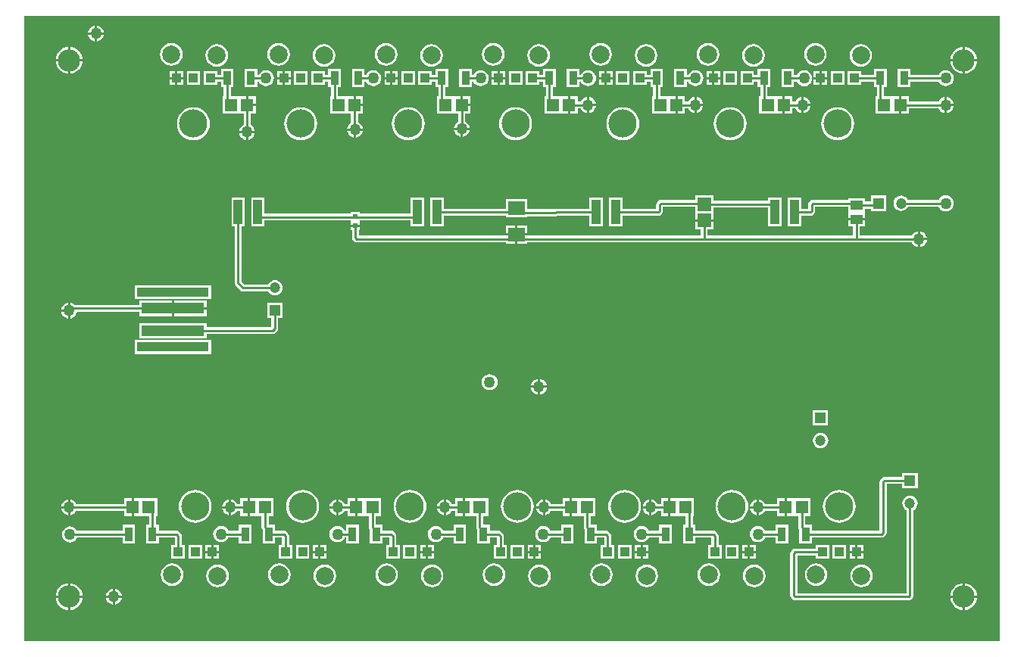
<source format=gbl>
G04*
G04 #@! TF.GenerationSoftware,Altium Limited,Altium Designer,21.1.1 (26)*
G04*
G04 Layer_Physical_Order=4*
G04 Layer_Color=16711680*
%FSLAX25Y25*%
%MOIN*%
G70*
G04*
G04 #@! TF.SameCoordinates,01C9CA7A-74B7-4461-9927-2E12136583BC*
G04*
G04*
G04 #@! TF.FilePolarity,Positive*
G04*
G01*
G75*
%ADD12C,0.01000*%
%ADD22C,0.04724*%
%ADD23R,0.04724X0.04724*%
%ADD24R,0.04724X0.04724*%
%ADD25C,0.07874*%
%ADD26R,0.03937X0.03937*%
%ADD27C,0.12402*%
%ADD28C,0.09843*%
%ADD29C,0.05000*%
%ADD30R,0.05500X0.05800*%
%ADD31R,0.03543X0.06102*%
%ADD32R,0.05315X0.03937*%
%ADD33R,0.07316X0.05928*%
%ADD34R,0.01968X0.01968*%
%ADD35R,0.02047X0.02205*%
%ADD36R,0.06127X0.05924*%
%ADD37R,0.03937X0.10630*%
%ADD38R,0.31500X0.04300*%
%ADD39R,0.27600X0.04900*%
G36*
X547244Y118110D02*
X118110D01*
Y393701D01*
X547244D01*
Y118110D01*
D02*
G37*
%LPC*%
G36*
X150106Y389291D02*
Y386327D01*
X153071D01*
X153016Y386740D01*
X152664Y387592D01*
X152102Y388323D01*
X151371Y388884D01*
X150520Y389237D01*
X150106Y389291D01*
D02*
G37*
G36*
X149106D02*
X148693Y389237D01*
X147841Y388884D01*
X147110Y388323D01*
X146549Y387592D01*
X146196Y386740D01*
X146142Y386327D01*
X149106D01*
Y389291D01*
D02*
G37*
G36*
X153071Y385327D02*
X150106D01*
Y382362D01*
X150520Y382417D01*
X151371Y382769D01*
X152102Y383330D01*
X152664Y384062D01*
X153016Y384913D01*
X153071Y385327D01*
D02*
G37*
G36*
X149106D02*
X146142D01*
X146196Y384913D01*
X146549Y384062D01*
X147110Y383330D01*
X147841Y382769D01*
X148693Y382417D01*
X149106Y382362D01*
Y385327D01*
D02*
G37*
G36*
X531996Y379916D02*
Y374516D01*
X537397D01*
X537332Y375177D01*
X536993Y376293D01*
X536443Y377321D01*
X535703Y378223D01*
X534802Y378963D01*
X533773Y379513D01*
X532657Y379851D01*
X531996Y379916D01*
D02*
G37*
G36*
X530996D02*
X530335Y379851D01*
X529219Y379513D01*
X528191Y378963D01*
X527289Y378223D01*
X526549Y377321D01*
X525999Y376293D01*
X525661Y375177D01*
X525595Y374516D01*
X530996D01*
Y379916D01*
D02*
G37*
G36*
X138295D02*
Y374516D01*
X143696D01*
X143631Y375177D01*
X143292Y376293D01*
X142743Y377321D01*
X142002Y378223D01*
X141101Y378963D01*
X140072Y379513D01*
X138956Y379851D01*
X138295Y379916D01*
D02*
G37*
G36*
X137295D02*
X136635Y379851D01*
X135518Y379513D01*
X134490Y378963D01*
X133588Y378223D01*
X132848Y377321D01*
X132298Y376293D01*
X131960Y375177D01*
X131895Y374516D01*
X137295D01*
Y379916D01*
D02*
G37*
G36*
X466221Y381653D02*
X464932Y381483D01*
X463731Y380986D01*
X462699Y380194D01*
X461908Y379163D01*
X461411Y377962D01*
X461241Y376673D01*
X461411Y375384D01*
X461908Y374183D01*
X462699Y373152D01*
X463731Y372361D01*
X464932Y371863D01*
X466221Y371694D01*
X467509Y371863D01*
X468710Y372361D01*
X469742Y373152D01*
X470533Y374183D01*
X471030Y375384D01*
X471200Y376673D01*
X471030Y377962D01*
X470533Y379163D01*
X469742Y380194D01*
X468710Y380986D01*
X467509Y381483D01*
X466221Y381653D01*
D02*
G37*
G36*
X418976D02*
X417688Y381483D01*
X416487Y380986D01*
X415455Y380194D01*
X414664Y379163D01*
X414166Y377962D01*
X413997Y376673D01*
X414166Y375384D01*
X414664Y374183D01*
X415455Y373152D01*
X416487Y372361D01*
X417688Y371863D01*
X418976Y371694D01*
X420265Y371863D01*
X421466Y372361D01*
X422498Y373152D01*
X423289Y374183D01*
X423786Y375384D01*
X423956Y376673D01*
X423786Y377962D01*
X423289Y379163D01*
X422498Y380194D01*
X421466Y380986D01*
X420265Y381483D01*
X418976Y381653D01*
D02*
G37*
G36*
X371732D02*
X370444Y381483D01*
X369243Y380986D01*
X368211Y380194D01*
X367420Y379163D01*
X366922Y377962D01*
X366753Y376673D01*
X366922Y375384D01*
X367420Y374183D01*
X368211Y373152D01*
X369243Y372361D01*
X370444Y371863D01*
X371732Y371694D01*
X373021Y371863D01*
X374222Y372361D01*
X375253Y373152D01*
X376045Y374183D01*
X376542Y375384D01*
X376712Y376673D01*
X376542Y377962D01*
X376045Y379163D01*
X375253Y380194D01*
X374222Y380986D01*
X373021Y381483D01*
X371732Y381653D01*
D02*
G37*
G36*
X324488D02*
X323199Y381483D01*
X321998Y380986D01*
X320967Y380194D01*
X320176Y379163D01*
X319678Y377962D01*
X319509Y376673D01*
X319678Y375384D01*
X320176Y374183D01*
X320967Y373152D01*
X321998Y372361D01*
X323199Y371863D01*
X324488Y371694D01*
X325777Y371863D01*
X326978Y372361D01*
X328009Y373152D01*
X328801Y374183D01*
X329298Y375384D01*
X329468Y376673D01*
X329298Y377962D01*
X328801Y379163D01*
X328009Y380194D01*
X326978Y380986D01*
X325777Y381483D01*
X324488Y381653D01*
D02*
G37*
G36*
X277244D02*
X275955Y381483D01*
X274754Y380986D01*
X273723Y380194D01*
X272932Y379163D01*
X272434Y377962D01*
X272265Y376673D01*
X272434Y375384D01*
X272932Y374183D01*
X273723Y373152D01*
X274754Y372361D01*
X275955Y371863D01*
X277244Y371694D01*
X278533Y371863D01*
X279734Y372361D01*
X280765Y373152D01*
X281557Y374183D01*
X282054Y375384D01*
X282224Y376673D01*
X282054Y377962D01*
X281557Y379163D01*
X280765Y380194D01*
X279734Y380986D01*
X278533Y381483D01*
X277244Y381653D01*
D02*
G37*
G36*
X230000D02*
X228711Y381483D01*
X227510Y380986D01*
X226479Y380194D01*
X225688Y379163D01*
X225190Y377962D01*
X225020Y376673D01*
X225190Y375384D01*
X225688Y374183D01*
X226479Y373152D01*
X227510Y372361D01*
X228711Y371863D01*
X230000Y371694D01*
X231289Y371863D01*
X232490Y372361D01*
X233521Y373152D01*
X234313Y374183D01*
X234810Y375384D01*
X234980Y376673D01*
X234810Y377962D01*
X234313Y379163D01*
X233521Y380194D01*
X232490Y380986D01*
X231289Y381483D01*
X230000Y381653D01*
D02*
G37*
G36*
X182756D02*
X181467Y381483D01*
X180266Y380986D01*
X179235Y380194D01*
X178443Y379163D01*
X177946Y377962D01*
X177776Y376673D01*
X177946Y375384D01*
X178443Y374183D01*
X179235Y373152D01*
X180266Y372361D01*
X181467Y371863D01*
X182756Y371694D01*
X184045Y371863D01*
X185246Y372361D01*
X186277Y373152D01*
X187068Y374183D01*
X187566Y375384D01*
X187735Y376673D01*
X187566Y377962D01*
X187068Y379163D01*
X186277Y380194D01*
X185246Y380986D01*
X184045Y381483D01*
X182756Y381653D01*
D02*
G37*
G36*
X486221Y381121D02*
X484932Y380952D01*
X483731Y380454D01*
X482699Y379663D01*
X481908Y378631D01*
X481411Y377431D01*
X481241Y376142D01*
X481411Y374853D01*
X481908Y373652D01*
X482699Y372621D01*
X483731Y371829D01*
X484932Y371332D01*
X486221Y371162D01*
X487509Y371332D01*
X488710Y371829D01*
X489742Y372621D01*
X490533Y373652D01*
X491030Y374853D01*
X491200Y376142D01*
X491030Y377431D01*
X490533Y378631D01*
X489742Y379663D01*
X488710Y380454D01*
X487509Y380952D01*
X486221Y381121D01*
D02*
G37*
G36*
X438976D02*
X437688Y380952D01*
X436487Y380454D01*
X435455Y379663D01*
X434664Y378631D01*
X434166Y377431D01*
X433997Y376142D01*
X434166Y374853D01*
X434664Y373652D01*
X435455Y372621D01*
X436487Y371829D01*
X437688Y371332D01*
X438976Y371162D01*
X440265Y371332D01*
X441466Y371829D01*
X442497Y372621D01*
X443289Y373652D01*
X443786Y374853D01*
X443956Y376142D01*
X443786Y377431D01*
X443289Y378631D01*
X442497Y379663D01*
X441466Y380454D01*
X440265Y380952D01*
X438976Y381121D01*
D02*
G37*
G36*
X391732D02*
X390443Y380952D01*
X389243Y380454D01*
X388211Y379663D01*
X387420Y378631D01*
X386922Y377431D01*
X386753Y376142D01*
X386922Y374853D01*
X387420Y373652D01*
X388211Y372621D01*
X389243Y371829D01*
X390443Y371332D01*
X391732Y371162D01*
X393021Y371332D01*
X394222Y371829D01*
X395253Y372621D01*
X396045Y373652D01*
X396542Y374853D01*
X396712Y376142D01*
X396542Y377431D01*
X396045Y378631D01*
X395253Y379663D01*
X394222Y380454D01*
X393021Y380952D01*
X391732Y381121D01*
D02*
G37*
G36*
X344488D02*
X343199Y380952D01*
X341998Y380454D01*
X340967Y379663D01*
X340176Y378631D01*
X339678Y377431D01*
X339509Y376142D01*
X339678Y374853D01*
X340176Y373652D01*
X340967Y372621D01*
X341998Y371829D01*
X343199Y371332D01*
X344488Y371162D01*
X345777Y371332D01*
X346978Y371829D01*
X348009Y372621D01*
X348801Y373652D01*
X349298Y374853D01*
X349468Y376142D01*
X349298Y377431D01*
X348801Y378631D01*
X348009Y379663D01*
X346978Y380454D01*
X345777Y380952D01*
X344488Y381121D01*
D02*
G37*
G36*
X297244D02*
X295955Y380952D01*
X294754Y380454D01*
X293723Y379663D01*
X292932Y378631D01*
X292434Y377431D01*
X292265Y376142D01*
X292434Y374853D01*
X292932Y373652D01*
X293723Y372621D01*
X294754Y371829D01*
X295955Y371332D01*
X297244Y371162D01*
X298533Y371332D01*
X299734Y371829D01*
X300765Y372621D01*
X301557Y373652D01*
X302054Y374853D01*
X302224Y376142D01*
X302054Y377431D01*
X301557Y378631D01*
X300765Y379663D01*
X299734Y380454D01*
X298533Y380952D01*
X297244Y381121D01*
D02*
G37*
G36*
X250000D02*
X248711Y380952D01*
X247510Y380454D01*
X246479Y379663D01*
X245688Y378631D01*
X245190Y377431D01*
X245020Y376142D01*
X245190Y374853D01*
X245688Y373652D01*
X246479Y372621D01*
X247510Y371829D01*
X248711Y371332D01*
X250000Y371162D01*
X251289Y371332D01*
X252490Y371829D01*
X253521Y372621D01*
X254312Y373652D01*
X254810Y374853D01*
X254980Y376142D01*
X254810Y377431D01*
X254312Y378631D01*
X253521Y379663D01*
X252490Y380454D01*
X251289Y380952D01*
X250000Y381121D01*
D02*
G37*
G36*
X202756D02*
X201467Y380952D01*
X200266Y380454D01*
X199235Y379663D01*
X198443Y378631D01*
X197946Y377431D01*
X197776Y376142D01*
X197946Y374853D01*
X198443Y373652D01*
X199235Y372621D01*
X200266Y371829D01*
X201467Y371332D01*
X202756Y371162D01*
X204045Y371332D01*
X205246Y371829D01*
X206277Y372621D01*
X207068Y373652D01*
X207566Y374853D01*
X207735Y376142D01*
X207566Y377431D01*
X207068Y378631D01*
X206277Y379663D01*
X205246Y380454D01*
X204045Y380952D01*
X202756Y381121D01*
D02*
G37*
G36*
X537397Y373516D02*
X531996D01*
Y368115D01*
X532657Y368180D01*
X533773Y368519D01*
X534802Y369069D01*
X535703Y369809D01*
X536443Y370710D01*
X536993Y371739D01*
X537332Y372855D01*
X537397Y373516D01*
D02*
G37*
G36*
X530996D02*
X525595D01*
X525661Y372855D01*
X525999Y371739D01*
X526549Y370710D01*
X527289Y369809D01*
X528191Y369069D01*
X529219Y368519D01*
X530335Y368180D01*
X530996Y368115D01*
Y373516D01*
D02*
G37*
G36*
X143696D02*
X138295D01*
Y368115D01*
X138956Y368180D01*
X140072Y368519D01*
X141101Y369069D01*
X142002Y369809D01*
X142743Y370710D01*
X143292Y371739D01*
X143631Y372855D01*
X143696Y373516D01*
D02*
G37*
G36*
X137295D02*
X131895D01*
X131960Y372855D01*
X132298Y371739D01*
X132848Y370710D01*
X133588Y369809D01*
X134490Y369069D01*
X135518Y368519D01*
X136635Y368180D01*
X137295Y368115D01*
Y373516D01*
D02*
G37*
G36*
X497555Y370193D02*
X492012D01*
Y367671D01*
X486433D01*
Y369110D01*
X480496D01*
Y363173D01*
X486433D01*
Y364612D01*
X492012D01*
Y362090D01*
X493254D01*
Y358231D01*
X492704D01*
Y350431D01*
X503046D01*
Y354331D01*
Y358231D01*
X496313D01*
Y362090D01*
X497555D01*
Y370193D01*
D02*
G37*
G36*
X446374D02*
X440831D01*
Y367671D01*
X439189D01*
Y369110D01*
X433252D01*
Y363173D01*
X439189D01*
Y364612D01*
X440831D01*
Y362090D01*
X442073D01*
Y358231D01*
X441523D01*
Y350431D01*
X451865D01*
Y354331D01*
Y358231D01*
X445132D01*
Y362090D01*
X446374D01*
Y370193D01*
D02*
G37*
G36*
X399130D02*
X393587D01*
Y367671D01*
X391945D01*
Y369110D01*
X386008D01*
Y363173D01*
X391945D01*
Y364612D01*
X393587D01*
Y362090D01*
X394829D01*
Y358231D01*
X394278D01*
Y350431D01*
X404621D01*
Y354331D01*
Y358231D01*
X397888D01*
Y362090D01*
X399130D01*
Y370193D01*
D02*
G37*
G36*
X351886D02*
X346342D01*
Y367671D01*
X344701D01*
Y369110D01*
X338764D01*
Y363173D01*
X344701D01*
Y364612D01*
X346342D01*
Y362090D01*
X347585D01*
Y358231D01*
X347034D01*
Y350431D01*
X357377D01*
Y354331D01*
Y358231D01*
X350644D01*
Y362090D01*
X351886D01*
Y370193D01*
D02*
G37*
G36*
X304642D02*
X299098D01*
Y367671D01*
X297457D01*
Y369110D01*
X291520D01*
Y363173D01*
X297457D01*
Y364612D01*
X299098D01*
Y362090D01*
X300341D01*
Y358231D01*
X299790D01*
Y350431D01*
X309104D01*
Y346975D01*
X308910Y346894D01*
X308178Y346333D01*
X307617Y345602D01*
X307265Y344751D01*
X307210Y344337D01*
X314139D01*
X314085Y344751D01*
X313732Y345602D01*
X313171Y346333D01*
X312440Y346894D01*
X312162Y347009D01*
Y350431D01*
X314383D01*
Y353831D01*
X310633D01*
Y354331D01*
X310133D01*
Y358231D01*
X303399D01*
Y362090D01*
X304642D01*
Y370193D01*
D02*
G37*
G36*
X257398D02*
X251854D01*
Y367671D01*
X250213D01*
Y369110D01*
X244276D01*
Y363173D01*
X250213D01*
Y364612D01*
X251854D01*
Y362090D01*
X253097D01*
Y358231D01*
X252546D01*
Y350431D01*
X261859D01*
Y346544D01*
X261137Y345989D01*
X260576Y345258D01*
X260223Y344407D01*
X260169Y343993D01*
X267097D01*
X267043Y344407D01*
X266690Y345258D01*
X266129Y345989D01*
X265398Y346550D01*
X264918Y346749D01*
Y350431D01*
X267139D01*
Y353831D01*
X263389D01*
Y354331D01*
X262889D01*
Y358231D01*
X256155D01*
Y362090D01*
X257398D01*
Y370193D01*
D02*
G37*
G36*
X210154D02*
X204610D01*
Y367671D01*
X202969D01*
Y369110D01*
X197031D01*
Y363173D01*
X202969D01*
Y364612D01*
X204610D01*
Y362090D01*
X205853D01*
Y358231D01*
X205302D01*
Y350431D01*
X214615D01*
Y345645D01*
X214310Y345518D01*
X213579Y344957D01*
X213018Y344226D01*
X212665Y343375D01*
X212611Y342961D01*
X219539D01*
X219485Y343375D01*
X219132Y344226D01*
X218571Y344957D01*
X217840Y345518D01*
X217674Y345587D01*
Y350431D01*
X219895D01*
Y353831D01*
X216145D01*
Y354331D01*
X215645D01*
Y358231D01*
X208911D01*
Y362090D01*
X210154D01*
Y370193D01*
D02*
G37*
G36*
X471472Y369110D02*
X469004D01*
Y366642D01*
X471472D01*
Y369110D01*
D02*
G37*
G36*
X468004D02*
X465535D01*
Y366642D01*
X468004D01*
Y369110D01*
D02*
G37*
G36*
X424228D02*
X421760D01*
Y366642D01*
X424228D01*
Y369110D01*
D02*
G37*
G36*
X420760D02*
X418291D01*
Y366642D01*
X420760D01*
Y369110D01*
D02*
G37*
G36*
X376984D02*
X374516D01*
Y366642D01*
X376984D01*
Y369110D01*
D02*
G37*
G36*
X373516D02*
X371047D01*
Y366642D01*
X373516D01*
Y369110D01*
D02*
G37*
G36*
X329740D02*
X327272D01*
Y366642D01*
X329740D01*
Y369110D01*
D02*
G37*
G36*
X326272D02*
X323803D01*
Y366642D01*
X326272D01*
Y369110D01*
D02*
G37*
G36*
X282496D02*
X280028D01*
Y366642D01*
X282496D01*
Y369110D01*
D02*
G37*
G36*
X279028D02*
X276559D01*
Y366642D01*
X279028D01*
Y369110D01*
D02*
G37*
G36*
X235252D02*
X232784D01*
Y366642D01*
X235252D01*
Y369110D01*
D02*
G37*
G36*
X231784D02*
X229315D01*
Y366642D01*
X231784D01*
Y369110D01*
D02*
G37*
G36*
X188008D02*
X185539D01*
Y366642D01*
X188008D01*
Y369110D01*
D02*
G37*
G36*
X184539D02*
X182071D01*
Y366642D01*
X184539D01*
Y369110D01*
D02*
G37*
G36*
X478953D02*
X473016D01*
Y363173D01*
X478953D01*
Y369110D01*
D02*
G37*
G36*
X471472Y365642D02*
X469004D01*
Y363173D01*
X471472D01*
Y365642D01*
D02*
G37*
G36*
X468004D02*
X465535D01*
Y363173D01*
X468004D01*
Y365642D01*
D02*
G37*
G36*
X431709Y369110D02*
X425772D01*
Y363173D01*
X431709D01*
Y369110D01*
D02*
G37*
G36*
X424228Y365642D02*
X421760D01*
Y363173D01*
X424228D01*
Y365642D01*
D02*
G37*
G36*
X420760D02*
X418291D01*
Y363173D01*
X420760D01*
Y365642D01*
D02*
G37*
G36*
X384465Y369110D02*
X378528D01*
Y363173D01*
X384465D01*
Y369110D01*
D02*
G37*
G36*
X376984Y365642D02*
X374516D01*
Y363173D01*
X376984D01*
Y365642D01*
D02*
G37*
G36*
X373516D02*
X371047D01*
Y363173D01*
X373516D01*
Y365642D01*
D02*
G37*
G36*
X337221Y369110D02*
X331283D01*
Y363173D01*
X337221D01*
Y369110D01*
D02*
G37*
G36*
X329740Y365642D02*
X327272D01*
Y363173D01*
X329740D01*
Y365642D01*
D02*
G37*
G36*
X326272D02*
X323803D01*
Y363173D01*
X326272D01*
Y365642D01*
D02*
G37*
G36*
X289976Y369110D02*
X284039D01*
Y363173D01*
X289976D01*
Y369110D01*
D02*
G37*
G36*
X282496Y365642D02*
X280028D01*
Y363173D01*
X282496D01*
Y365642D01*
D02*
G37*
G36*
X279028D02*
X276559D01*
Y363173D01*
X279028D01*
Y365642D01*
D02*
G37*
G36*
X242732Y369110D02*
X236795D01*
Y363173D01*
X242732D01*
Y369110D01*
D02*
G37*
G36*
X235252Y365642D02*
X232784D01*
Y363173D01*
X235252D01*
Y365642D01*
D02*
G37*
G36*
X231784D02*
X229315D01*
Y363173D01*
X231784D01*
Y365642D01*
D02*
G37*
G36*
X195488Y369110D02*
X189551D01*
Y363173D01*
X195488D01*
Y369110D01*
D02*
G37*
G36*
X188008Y365642D02*
X185539D01*
Y363173D01*
X188008D01*
Y365642D01*
D02*
G37*
G36*
X184539D02*
X182071D01*
Y363173D01*
X184539D01*
Y365642D01*
D02*
G37*
G36*
X507988Y370193D02*
X502445D01*
Y362090D01*
X507988D01*
Y364612D01*
X520467D01*
X520565Y364377D01*
X521126Y363646D01*
X521857Y363085D01*
X522708Y362732D01*
X523622Y362612D01*
X524536Y362732D01*
X525387Y363085D01*
X526118Y363646D01*
X526679Y364377D01*
X527032Y365228D01*
X527152Y366142D01*
X527032Y367055D01*
X526679Y367907D01*
X526118Y368638D01*
X525387Y369199D01*
X524536Y369552D01*
X523622Y369672D01*
X522708Y369552D01*
X521857Y369199D01*
X521126Y368638D01*
X520565Y367907D01*
X520467Y367671D01*
X507988D01*
Y370193D01*
D02*
G37*
G36*
X409563D02*
X404020D01*
Y362090D01*
X409563D01*
Y364612D01*
X410231D01*
X410329Y364377D01*
X410890Y363646D01*
X411621Y363085D01*
X412472Y362732D01*
X413386Y362612D01*
X414299Y362732D01*
X415151Y363085D01*
X415882Y363646D01*
X416443Y364377D01*
X416796Y365228D01*
X416916Y366142D01*
X416796Y367055D01*
X416443Y367907D01*
X415882Y368638D01*
X415151Y369199D01*
X414299Y369552D01*
X413386Y369672D01*
X412472Y369552D01*
X411621Y369199D01*
X410890Y368638D01*
X410329Y367907D01*
X410231Y367671D01*
X409563D01*
Y370193D01*
D02*
G37*
G36*
X362319D02*
X356776D01*
Y362090D01*
X362319D01*
Y364612D01*
X362987D01*
X363085Y364377D01*
X363646Y363646D01*
X364377Y363085D01*
X365228Y362732D01*
X366142Y362612D01*
X367055Y362732D01*
X367907Y363085D01*
X368638Y363646D01*
X369199Y364377D01*
X369552Y365228D01*
X369672Y366142D01*
X369552Y367055D01*
X369199Y367907D01*
X368638Y368638D01*
X367907Y369199D01*
X367055Y369552D01*
X366142Y369672D01*
X365228Y369552D01*
X364377Y369199D01*
X363646Y368638D01*
X363085Y367907D01*
X362987Y367671D01*
X362319D01*
Y370193D01*
D02*
G37*
G36*
X315075D02*
X309531D01*
Y362090D01*
X315075D01*
Y364612D01*
X315743D01*
X315840Y364377D01*
X316401Y363646D01*
X317132Y363085D01*
X317984Y362732D01*
X318898Y362612D01*
X319811Y362732D01*
X320663Y363085D01*
X321394Y363646D01*
X321955Y364377D01*
X322307Y365228D01*
X322428Y366142D01*
X322307Y367055D01*
X321955Y367907D01*
X321394Y368638D01*
X320663Y369199D01*
X319811Y369552D01*
X318898Y369672D01*
X317984Y369552D01*
X317132Y369199D01*
X316401Y368638D01*
X315840Y367907D01*
X315743Y367671D01*
X315075D01*
Y370193D01*
D02*
G37*
G36*
X267831D02*
X262287D01*
Y362090D01*
X267831D01*
Y364612D01*
X268499D01*
X268596Y364377D01*
X269157Y363646D01*
X269888Y363085D01*
X270740Y362732D01*
X271654Y362612D01*
X272567Y362732D01*
X273419Y363085D01*
X274150Y363646D01*
X274711Y364377D01*
X275063Y365228D01*
X275184Y366142D01*
X275063Y367055D01*
X274711Y367907D01*
X274150Y368638D01*
X273419Y369199D01*
X272567Y369552D01*
X271654Y369672D01*
X270740Y369552D01*
X269888Y369199D01*
X269157Y368638D01*
X268596Y367907D01*
X268499Y367671D01*
X267831D01*
Y370193D01*
D02*
G37*
G36*
X220587D02*
X215043D01*
Y362090D01*
X220587D01*
Y364612D01*
X221255D01*
X221352Y364377D01*
X221913Y363646D01*
X222644Y363085D01*
X223496Y362732D01*
X224410Y362612D01*
X225323Y362732D01*
X226174Y363085D01*
X226906Y363646D01*
X227467Y364377D01*
X227819Y365228D01*
X227940Y366142D01*
X227819Y367055D01*
X227467Y367907D01*
X226906Y368638D01*
X226174Y369199D01*
X225323Y369552D01*
X224410Y369672D01*
X223496Y369552D01*
X222644Y369199D01*
X221913Y368638D01*
X221352Y367907D01*
X221255Y367671D01*
X220587D01*
Y370193D01*
D02*
G37*
G36*
X456807D02*
X451264D01*
Y362090D01*
X456807D01*
Y364612D01*
X458155D01*
X458260Y364357D01*
X458821Y363626D01*
X459553Y363065D01*
X460404Y362712D01*
X461318Y362592D01*
X462231Y362712D01*
X463083Y363065D01*
X463814Y363626D01*
X464375Y364357D01*
X464728Y365209D01*
X464848Y366122D01*
X464728Y367036D01*
X464375Y367887D01*
X463814Y368619D01*
X463083Y369180D01*
X462231Y369532D01*
X461318Y369653D01*
X460404Y369532D01*
X459553Y369180D01*
X458821Y368619D01*
X458260Y367887D01*
X458171Y367671D01*
X456807D01*
Y370193D01*
D02*
G37*
G36*
X267139Y358231D02*
X263889D01*
Y354831D01*
X267139D01*
Y358231D01*
D02*
G37*
G36*
X219895D02*
X216645D01*
Y354831D01*
X219895D01*
Y358231D01*
D02*
G37*
G36*
X314383D02*
X311133D01*
Y354831D01*
X314383D01*
Y358231D01*
D02*
G37*
G36*
X524122Y357795D02*
Y354831D01*
X527086D01*
X527032Y355244D01*
X526679Y356096D01*
X526118Y356827D01*
X525387Y357388D01*
X524536Y357741D01*
X524122Y357795D01*
D02*
G37*
G36*
X461130D02*
Y354831D01*
X464094D01*
X464040Y355244D01*
X463687Y356096D01*
X463126Y356827D01*
X462395Y357388D01*
X461544Y357741D01*
X461130Y357795D01*
D02*
G37*
G36*
X413886D02*
Y354831D01*
X416850D01*
X416796Y355244D01*
X416443Y356096D01*
X415882Y356827D01*
X415151Y357388D01*
X414299Y357741D01*
X413886Y357795D01*
D02*
G37*
G36*
X366642D02*
Y354831D01*
X369606D01*
X369552Y355244D01*
X369199Y356096D01*
X368638Y356827D01*
X367907Y357388D01*
X367055Y357741D01*
X366642Y357795D01*
D02*
G37*
G36*
X527086Y353831D02*
X524122D01*
Y350866D01*
X524536Y350921D01*
X525387Y351273D01*
X526118Y351835D01*
X526679Y352566D01*
X527032Y353417D01*
X527086Y353831D01*
D02*
G37*
G36*
X507296Y358231D02*
X504046D01*
Y354331D01*
Y350431D01*
X507296D01*
Y352801D01*
X520467D01*
X520565Y352566D01*
X521126Y351835D01*
X521857Y351273D01*
X522708Y350921D01*
X523122Y350866D01*
Y354331D01*
Y357795D01*
X522708Y357741D01*
X521857Y357388D01*
X521126Y356827D01*
X520565Y356096D01*
X520467Y355860D01*
X507296D01*
Y358231D01*
D02*
G37*
G36*
X464094Y353831D02*
X461130D01*
Y350866D01*
X461544Y350921D01*
X462395Y351273D01*
X463126Y351835D01*
X463687Y352566D01*
X464040Y353417D01*
X464094Y353831D01*
D02*
G37*
G36*
X456115Y358231D02*
X452865D01*
Y354331D01*
Y350431D01*
X456115D01*
Y352801D01*
X457475D01*
X457573Y352566D01*
X458134Y351835D01*
X458865Y351273D01*
X459716Y350921D01*
X460130Y350866D01*
Y354331D01*
Y357795D01*
X459716Y357741D01*
X458865Y357388D01*
X458134Y356827D01*
X457573Y356096D01*
X457475Y355860D01*
X456115D01*
Y358231D01*
D02*
G37*
G36*
X416850Y353831D02*
X413886D01*
Y350866D01*
X414299Y350921D01*
X415151Y351273D01*
X415882Y351835D01*
X416443Y352566D01*
X416796Y353417D01*
X416850Y353831D01*
D02*
G37*
G36*
X408871Y358231D02*
X405621D01*
Y354331D01*
Y350431D01*
X408871D01*
Y352801D01*
X410231D01*
X410329Y352566D01*
X410890Y351835D01*
X411621Y351273D01*
X412472Y350921D01*
X412886Y350866D01*
Y354331D01*
Y357795D01*
X412472Y357741D01*
X411621Y357388D01*
X410890Y356827D01*
X410329Y356096D01*
X410231Y355860D01*
X408871D01*
Y358231D01*
D02*
G37*
G36*
X369606Y353831D02*
X366642D01*
Y350866D01*
X367055Y350921D01*
X367907Y351273D01*
X368638Y351835D01*
X369199Y352566D01*
X369552Y353417D01*
X369606Y353831D01*
D02*
G37*
G36*
X361627Y358231D02*
X358377D01*
Y354331D01*
Y350431D01*
X361627D01*
Y352801D01*
X362987D01*
X363085Y352566D01*
X363646Y351835D01*
X364377Y351273D01*
X365228Y350921D01*
X365642Y350866D01*
Y354331D01*
Y357795D01*
X365228Y357741D01*
X364377Y357388D01*
X363646Y356827D01*
X363085Y356096D01*
X362987Y355860D01*
X361627D01*
Y358231D01*
D02*
G37*
G36*
X314139Y343337D02*
X311175D01*
Y340373D01*
X311588Y340427D01*
X312440Y340780D01*
X313171Y341341D01*
X313732Y342072D01*
X314085Y342923D01*
X314139Y343337D01*
D02*
G37*
G36*
X310175D02*
X307210D01*
X307265Y342923D01*
X307617Y342072D01*
X308178Y341341D01*
X308910Y340780D01*
X309761Y340427D01*
X310175Y340373D01*
Y343337D01*
D02*
G37*
G36*
X267097Y342993D02*
X264133D01*
Y340029D01*
X264546Y340083D01*
X265398Y340436D01*
X266129Y340997D01*
X266690Y341728D01*
X267043Y342579D01*
X267097Y342993D01*
D02*
G37*
G36*
X263133D02*
X260169D01*
X260223Y342579D01*
X260576Y341728D01*
X261137Y340997D01*
X261868Y340436D01*
X262719Y340083D01*
X263133Y340029D01*
Y342993D01*
D02*
G37*
G36*
X219539Y341961D02*
X216575D01*
Y338997D01*
X216989Y339051D01*
X217840Y339404D01*
X218571Y339965D01*
X219132Y340696D01*
X219485Y341547D01*
X219539Y341961D01*
D02*
G37*
G36*
X215575D02*
X212611D01*
X212665Y341547D01*
X213018Y340696D01*
X213579Y339965D01*
X214310Y339404D01*
X215161Y339051D01*
X215575Y338997D01*
Y341961D01*
D02*
G37*
G36*
X475984Y353299D02*
X474573Y353160D01*
X473215Y352748D01*
X471964Y352079D01*
X470868Y351179D01*
X469968Y350083D01*
X469299Y348832D01*
X468888Y347475D01*
X468749Y346063D01*
X468888Y344651D01*
X469299Y343294D01*
X469968Y342043D01*
X470868Y340947D01*
X471964Y340047D01*
X473215Y339378D01*
X474573Y338966D01*
X475984Y338827D01*
X477396Y338966D01*
X478753Y339378D01*
X480004Y340047D01*
X481101Y340947D01*
X482000Y342043D01*
X482669Y343294D01*
X483081Y344651D01*
X483220Y346063D01*
X483081Y347475D01*
X482669Y348832D01*
X482000Y350083D01*
X481101Y351179D01*
X480004Y352079D01*
X478753Y352748D01*
X477396Y353160D01*
X475984Y353299D01*
D02*
G37*
G36*
X428740D02*
X427328Y353160D01*
X425971Y352748D01*
X424720Y352079D01*
X423624Y351179D01*
X422724Y350083D01*
X422055Y348832D01*
X421644Y347475D01*
X421504Y346063D01*
X421644Y344651D01*
X422055Y343294D01*
X422724Y342043D01*
X423624Y340947D01*
X424720Y340047D01*
X425971Y339378D01*
X427328Y338966D01*
X428740Y338827D01*
X430152Y338966D01*
X431509Y339378D01*
X432760Y340047D01*
X433856Y340947D01*
X434756Y342043D01*
X435425Y343294D01*
X435837Y344651D01*
X435976Y346063D01*
X435837Y347475D01*
X435425Y348832D01*
X434756Y350083D01*
X433856Y351179D01*
X432760Y352079D01*
X431509Y352748D01*
X430152Y353160D01*
X428740Y353299D01*
D02*
G37*
G36*
X381496D02*
X380084Y353160D01*
X378727Y352748D01*
X377476Y352079D01*
X376380Y351179D01*
X375480Y350083D01*
X374811Y348832D01*
X374399Y347475D01*
X374260Y346063D01*
X374399Y344651D01*
X374811Y343294D01*
X375480Y342043D01*
X376380Y340947D01*
X377476Y340047D01*
X378727Y339378D01*
X380084Y338966D01*
X381496Y338827D01*
X382908Y338966D01*
X384265Y339378D01*
X385516Y340047D01*
X386612Y340947D01*
X387512Y342043D01*
X388181Y343294D01*
X388593Y344651D01*
X388732Y346063D01*
X388593Y347475D01*
X388181Y348832D01*
X387512Y350083D01*
X386612Y351179D01*
X385516Y352079D01*
X384265Y352748D01*
X382908Y353160D01*
X381496Y353299D01*
D02*
G37*
G36*
X334252D02*
X332840Y353160D01*
X331483Y352748D01*
X330232Y352079D01*
X329136Y351179D01*
X328236Y350083D01*
X327567Y348832D01*
X327155Y347475D01*
X327016Y346063D01*
X327155Y344651D01*
X327567Y343294D01*
X328236Y342043D01*
X329136Y340947D01*
X330232Y340047D01*
X331483Y339378D01*
X332840Y338966D01*
X334252Y338827D01*
X335664Y338966D01*
X337021Y339378D01*
X338272Y340047D01*
X339368Y340947D01*
X340268Y342043D01*
X340937Y343294D01*
X341349Y344651D01*
X341488Y346063D01*
X341349Y347475D01*
X340937Y348832D01*
X340268Y350083D01*
X339368Y351179D01*
X338272Y352079D01*
X337021Y352748D01*
X335664Y353160D01*
X334252Y353299D01*
D02*
G37*
G36*
X287008D02*
X285596Y353160D01*
X284239Y352748D01*
X282988Y352079D01*
X281891Y351179D01*
X280992Y350083D01*
X280323Y348832D01*
X279911Y347475D01*
X279772Y346063D01*
X279911Y344651D01*
X280323Y343294D01*
X280992Y342043D01*
X281891Y340947D01*
X282988Y340047D01*
X284239Y339378D01*
X285596Y338966D01*
X287008Y338827D01*
X288420Y338966D01*
X289777Y339378D01*
X291028Y340047D01*
X292124Y340947D01*
X293024Y342043D01*
X293693Y343294D01*
X294105Y344651D01*
X294244Y346063D01*
X294105Y347475D01*
X293693Y348832D01*
X293024Y350083D01*
X292124Y351179D01*
X291028Y352079D01*
X289777Y352748D01*
X288420Y353160D01*
X287008Y353299D01*
D02*
G37*
G36*
X239764D02*
X238352Y353160D01*
X236995Y352748D01*
X235744Y352079D01*
X234647Y351179D01*
X233748Y350083D01*
X233079Y348832D01*
X232667Y347475D01*
X232528Y346063D01*
X232667Y344651D01*
X233079Y343294D01*
X233748Y342043D01*
X234647Y340947D01*
X235744Y340047D01*
X236995Y339378D01*
X238352Y338966D01*
X239764Y338827D01*
X241175Y338966D01*
X242533Y339378D01*
X243784Y340047D01*
X244880Y340947D01*
X245780Y342043D01*
X246449Y343294D01*
X246860Y344651D01*
X246999Y346063D01*
X246860Y347475D01*
X246449Y348832D01*
X245780Y350083D01*
X244880Y351179D01*
X243784Y352079D01*
X242533Y352748D01*
X241175Y353160D01*
X239764Y353299D01*
D02*
G37*
G36*
X192520D02*
X191108Y353160D01*
X189751Y352748D01*
X188500Y352079D01*
X187403Y351179D01*
X186504Y350083D01*
X185835Y348832D01*
X185423Y347475D01*
X185284Y346063D01*
X185423Y344651D01*
X185835Y343294D01*
X186504Y342043D01*
X187403Y340947D01*
X188500Y340047D01*
X189751Y339378D01*
X191108Y338966D01*
X192520Y338827D01*
X193931Y338966D01*
X195289Y339378D01*
X196540Y340047D01*
X197636Y340947D01*
X198536Y342043D01*
X199205Y343294D01*
X199616Y344651D01*
X199755Y346063D01*
X199616Y347475D01*
X199205Y348832D01*
X198536Y350083D01*
X197636Y351179D01*
X196540Y352079D01*
X195289Y352748D01*
X193931Y353160D01*
X192520Y353299D01*
D02*
G37*
G36*
X523622Y314554D02*
X522708Y314434D01*
X521857Y314081D01*
X521126Y313520D01*
X520565Y312789D01*
X520467Y312553D01*
X506943D01*
X506874Y312719D01*
X506335Y313422D01*
X505633Y313961D01*
X504815Y314299D01*
X503937Y314415D01*
X503059Y314299D01*
X502241Y313961D01*
X501539Y313422D01*
X501000Y312719D01*
X500661Y311901D01*
X500546Y311024D01*
X500661Y310146D01*
X501000Y309328D01*
X501539Y308626D01*
X502241Y308087D01*
X503059Y307748D01*
X503937Y307632D01*
X504815Y307748D01*
X505633Y308087D01*
X506335Y308626D01*
X506874Y309328D01*
X506943Y309494D01*
X520467D01*
X520565Y309259D01*
X521126Y308527D01*
X521857Y307966D01*
X522708Y307614D01*
X523622Y307493D01*
X524536Y307614D01*
X525387Y307966D01*
X526118Y308527D01*
X526679Y309259D01*
X527032Y310110D01*
X527152Y311024D01*
X527032Y311937D01*
X526679Y312789D01*
X526118Y313520D01*
X525387Y314081D01*
X524536Y314434D01*
X523622Y314554D01*
D02*
G37*
G36*
X497299Y314386D02*
X490575D01*
Y311766D01*
X487910D01*
Y313205D01*
X480594D01*
Y312553D01*
X465153D01*
X464568Y312437D01*
X464071Y312105D01*
X463485Y311519D01*
X463154Y311023D01*
X463037Y310438D01*
Y308616D01*
X460055D01*
Y313402D01*
X454118D01*
Y300772D01*
X460055D01*
Y305557D01*
X463981D01*
X464566Y305674D01*
X465063Y306005D01*
X465648Y306591D01*
X465980Y307087D01*
X466096Y307672D01*
Y309494D01*
X480594D01*
Y307405D01*
X480594Y307268D01*
Y306906D01*
X480594Y306768D01*
Y304437D01*
X484252D01*
X487910D01*
Y306768D01*
X487910Y306906D01*
Y307268D01*
X487910Y307405D01*
Y308707D01*
X490575D01*
Y307661D01*
X497299D01*
Y314386D01*
D02*
G37*
G36*
X421386Y314595D02*
X413259D01*
Y312553D01*
X398224D01*
X397638Y312437D01*
X397142Y312105D01*
X396556Y311519D01*
X396225Y311023D01*
X396108Y310438D01*
Y308616D01*
X381315D01*
Y313402D01*
X375378D01*
Y300772D01*
X381315D01*
Y305557D01*
X397052D01*
X397637Y305674D01*
X398133Y306005D01*
X398719Y306591D01*
X399051Y307087D01*
X399167Y307672D01*
Y309494D01*
X413259D01*
Y306671D01*
Y304040D01*
X417323D01*
X421386D01*
Y306671D01*
Y309104D01*
X445457D01*
Y300772D01*
X451394D01*
Y313402D01*
X445457D01*
Y312162D01*
X421386D01*
Y314595D01*
D02*
G37*
G36*
X372654Y313402D02*
X366717D01*
Y308616D01*
X352169D01*
X351584Y308500D01*
X351452Y308411D01*
X339304D01*
Y312926D01*
X329988D01*
Y308616D01*
X302575D01*
Y313402D01*
X296638D01*
Y300772D01*
X302575D01*
Y305557D01*
X329988D01*
Y304998D01*
X339304D01*
Y305352D01*
X351965D01*
X352550Y305469D01*
X352682Y305557D01*
X366717D01*
Y300772D01*
X372654D01*
Y313402D01*
D02*
G37*
G36*
X293913D02*
X287976D01*
Y306451D01*
X265803D01*
Y307221D01*
X261756D01*
Y306451D01*
X223835D01*
Y313402D01*
X217898D01*
Y300772D01*
X223835D01*
Y303392D01*
X261756D01*
Y303016D01*
X261795D01*
Y301681D01*
X263779D01*
X265764D01*
Y303016D01*
X265803D01*
Y303392D01*
X287976D01*
Y300772D01*
X293913D01*
Y313402D01*
D02*
G37*
G36*
X339304Y301302D02*
X335146D01*
Y297838D01*
X339304D01*
Y301302D01*
D02*
G37*
G36*
X334146D02*
X329988D01*
Y297838D01*
X334146D01*
Y301302D01*
D02*
G37*
G36*
X487910Y303437D02*
X484252D01*
X480594D01*
Y300969D01*
X482723D01*
Y296805D01*
X418852D01*
Y299578D01*
X421386D01*
Y303040D01*
X417323D01*
X413259D01*
Y299578D01*
X415793D01*
Y296805D01*
X339304D01*
Y296838D01*
X335146D01*
Y293374D01*
X339304D01*
Y293746D01*
X508656D01*
X508754Y293511D01*
X509315Y292779D01*
X510046Y292218D01*
X510897Y291866D01*
X511311Y291811D01*
Y295276D01*
Y298740D01*
X510897Y298686D01*
X510046Y298333D01*
X509315Y297772D01*
X508754Y297041D01*
X508656Y296805D01*
X485781D01*
Y300969D01*
X487910D01*
Y303437D01*
D02*
G37*
G36*
X512311Y298740D02*
Y295776D01*
X515275D01*
X515221Y296189D01*
X514868Y297041D01*
X514307Y297772D01*
X513576Y298333D01*
X512725Y298686D01*
X512311Y298740D01*
D02*
G37*
G36*
X265764Y300681D02*
X263779D01*
X261795D01*
Y299197D01*
X262250D01*
Y295861D01*
X262367Y295276D01*
X262698Y294780D01*
X263284Y294194D01*
X263780Y293863D01*
X264365Y293746D01*
X329988D01*
Y293374D01*
X334146D01*
Y296838D01*
X329988D01*
Y296805D01*
X265309D01*
Y299197D01*
X265764D01*
Y300681D01*
D02*
G37*
G36*
X515275Y294776D02*
X512311D01*
Y291811D01*
X512725Y291866D01*
X513576Y292218D01*
X514307Y292779D01*
X514868Y293511D01*
X515221Y294362D01*
X515275Y294776D01*
D02*
G37*
G36*
X215173Y313402D02*
X209236D01*
Y300772D01*
X210675D01*
Y275984D01*
X210792Y275399D01*
X211123Y274903D01*
X213328Y272698D01*
X213824Y272367D01*
X214409Y272250D01*
X225341D01*
X225410Y272084D01*
X225949Y271382D01*
X226651Y270843D01*
X227469Y270504D01*
X228346Y270388D01*
X229224Y270504D01*
X230042Y270843D01*
X230744Y271382D01*
X231283Y272084D01*
X231622Y272902D01*
X231738Y273780D01*
X231622Y274657D01*
X231283Y275475D01*
X230744Y276178D01*
X230042Y276716D01*
X229224Y277055D01*
X228346Y277171D01*
X227469Y277055D01*
X226651Y276716D01*
X225949Y276178D01*
X225410Y275475D01*
X225341Y275309D01*
X215043D01*
X213734Y276618D01*
Y300772D01*
X215173D01*
Y313402D01*
D02*
G37*
G36*
X200254Y275020D02*
X166753D01*
Y268720D01*
X200254D01*
Y275020D01*
D02*
G37*
G36*
X183003Y268214D02*
X168703D01*
Y266293D01*
X140269D01*
X139560Y266837D01*
X138709Y267189D01*
X138295Y267244D01*
Y263779D01*
Y260315D01*
X138709Y260370D01*
X139560Y260722D01*
X140292Y261283D01*
X140852Y262014D01*
X141205Y262866D01*
X141254Y263234D01*
X168703D01*
Y261314D01*
X183003D01*
Y264764D01*
Y268214D01*
D02*
G37*
G36*
X198303D02*
X184003D01*
Y265264D01*
X198303D01*
Y268214D01*
D02*
G37*
G36*
X137295Y267244D02*
X136882Y267189D01*
X136030Y266837D01*
X135299Y266276D01*
X134738Y265545D01*
X134385Y264693D01*
X134331Y264280D01*
X137295D01*
Y267244D01*
D02*
G37*
G36*
X198303Y264264D02*
X184003D01*
Y261314D01*
X198303D01*
Y264264D01*
D02*
G37*
G36*
X137295Y263280D02*
X134331D01*
X134385Y262866D01*
X134738Y262014D01*
X135299Y261283D01*
X136030Y260722D01*
X136882Y260370D01*
X137295Y260315D01*
Y263280D01*
D02*
G37*
G36*
X231709Y267142D02*
X224984D01*
Y260417D01*
X226817D01*
Y256539D01*
X226729Y256451D01*
X198303D01*
Y258371D01*
X168703D01*
Y251471D01*
X198303D01*
Y253392D01*
X227362D01*
X227947Y253508D01*
X228444Y253840D01*
X229428Y254824D01*
X229759Y255320D01*
X229876Y255906D01*
Y260417D01*
X231709D01*
Y267142D01*
D02*
G37*
G36*
X200254Y250965D02*
X166753D01*
Y244665D01*
X200254D01*
Y250965D01*
D02*
G37*
G36*
X345026Y233718D02*
Y230753D01*
X347990D01*
X347936Y231167D01*
X347583Y232019D01*
X347022Y232750D01*
X346291Y233311D01*
X345439Y233663D01*
X345026Y233718D01*
D02*
G37*
G36*
X344026D02*
X343612Y233663D01*
X342760Y233311D01*
X342029Y232750D01*
X341468Y232019D01*
X341116Y231167D01*
X341061Y230753D01*
X344026D01*
Y233718D01*
D02*
G37*
G36*
X322835Y235814D02*
X321921Y235693D01*
X321070Y235341D01*
X320338Y234780D01*
X319777Y234049D01*
X319425Y233197D01*
X319304Y232283D01*
X319425Y231370D01*
X319777Y230518D01*
X320338Y229787D01*
X321070Y229226D01*
X321921Y228873D01*
X322835Y228753D01*
X323748Y228873D01*
X324600Y229226D01*
X325331Y229787D01*
X325892Y230518D01*
X326245Y231370D01*
X326365Y232283D01*
X326245Y233197D01*
X325892Y234049D01*
X325331Y234780D01*
X324600Y235341D01*
X323748Y235693D01*
X322835Y235814D01*
D02*
G37*
G36*
X347990Y229753D02*
X345026D01*
Y226789D01*
X345439Y226844D01*
X346291Y227196D01*
X347022Y227757D01*
X347583Y228488D01*
X347936Y229340D01*
X347990Y229753D01*
D02*
G37*
G36*
X344026D02*
X341061D01*
X341116Y229340D01*
X341468Y228488D01*
X342029Y227757D01*
X342760Y227196D01*
X343612Y226844D01*
X344026Y226789D01*
Y229753D01*
D02*
G37*
G36*
X471866Y219898D02*
X465142D01*
Y213173D01*
X471866D01*
Y219898D01*
D02*
G37*
G36*
X468504Y209927D02*
X467626Y209811D01*
X466808Y209472D01*
X466106Y208933D01*
X465567Y208231D01*
X465228Y207413D01*
X465113Y206535D01*
X465228Y205658D01*
X465567Y204840D01*
X466106Y204137D01*
X466808Y203599D01*
X467626Y203260D01*
X468504Y203144D01*
X469382Y203260D01*
X470199Y203599D01*
X470902Y204137D01*
X471441Y204840D01*
X471780Y205658D01*
X471895Y206535D01*
X471780Y207413D01*
X471441Y208231D01*
X470902Y208933D01*
X470199Y209472D01*
X469382Y209811D01*
X468504Y209927D01*
D02*
G37*
G36*
X511236Y192339D02*
X504512D01*
Y190506D01*
X496649D01*
X496064Y190389D01*
X495567Y190058D01*
X494981Y189472D01*
X494650Y188976D01*
X494534Y188391D01*
Y166884D01*
X464681D01*
Y169405D01*
X461769D01*
Y173265D01*
X463989D01*
Y181065D01*
X453647D01*
Y177165D01*
Y173265D01*
X458710D01*
Y168304D01*
X458826Y167719D01*
X459138Y167253D01*
Y161303D01*
X464681D01*
Y163825D01*
X495477D01*
X496063Y163941D01*
X496559Y164273D01*
X497144Y164859D01*
X497476Y165355D01*
X497592Y165940D01*
Y187447D01*
X504512D01*
Y185614D01*
X511236D01*
Y192339D01*
D02*
G37*
G36*
X452646Y181065D02*
X449397D01*
Y178695D01*
X444100D01*
X444002Y178930D01*
X443441Y179662D01*
X442710Y180223D01*
X441859Y180575D01*
X441445Y180630D01*
Y177165D01*
Y173701D01*
X441859Y173755D01*
X442710Y174108D01*
X443441Y174669D01*
X444002Y175400D01*
X444100Y175636D01*
X449397D01*
Y173265D01*
X452646D01*
Y177165D01*
Y181065D01*
D02*
G37*
G36*
X401466D02*
X398215D01*
Y178695D01*
X396856D01*
X396758Y178930D01*
X396197Y179662D01*
X395466Y180223D01*
X394615Y180575D01*
X394201Y180630D01*
Y177165D01*
Y173701D01*
X394615Y173755D01*
X395466Y174108D01*
X396197Y174669D01*
X396758Y175400D01*
X396856Y175636D01*
X398215D01*
Y173265D01*
X401466D01*
Y177165D01*
Y181065D01*
D02*
G37*
G36*
X358158D02*
X354908D01*
Y178695D01*
X349895D01*
X349797Y178930D01*
X349236Y179662D01*
X348505Y180223D01*
X347654Y180575D01*
X347240Y180630D01*
Y177165D01*
Y173701D01*
X347654Y173755D01*
X348505Y174108D01*
X349236Y174669D01*
X349797Y175400D01*
X349895Y175636D01*
X354908D01*
Y173265D01*
X358158D01*
Y177165D01*
Y181065D01*
D02*
G37*
G36*
X310914D02*
X307664D01*
Y178695D01*
X306305D01*
X306207Y178930D01*
X305646Y179662D01*
X304915Y180223D01*
X304063Y180575D01*
X303650Y180630D01*
Y177165D01*
Y173701D01*
X304063Y173755D01*
X304915Y174108D01*
X305646Y174669D01*
X306207Y175400D01*
X306305Y175636D01*
X307664D01*
Y173265D01*
X310914D01*
Y177165D01*
Y181065D01*
D02*
G37*
G36*
X263670D02*
X260420D01*
Y178695D01*
X259060D01*
X258963Y178930D01*
X258402Y179662D01*
X257671Y180223D01*
X256819Y180575D01*
X256405Y180630D01*
Y177165D01*
Y173701D01*
X256819Y173755D01*
X257671Y174108D01*
X258402Y174669D01*
X258963Y175400D01*
X259060Y175636D01*
X260420D01*
Y173265D01*
X263670D01*
Y177165D01*
Y181065D01*
D02*
G37*
G36*
X216426D02*
X213176D01*
Y178695D01*
X211816D01*
X211719Y178930D01*
X211158Y179662D01*
X210426Y180223D01*
X209575Y180575D01*
X209161Y180630D01*
Y177165D01*
Y173701D01*
X209575Y173755D01*
X210426Y174108D01*
X211158Y174669D01*
X211719Y175400D01*
X211816Y175636D01*
X213176D01*
Y173265D01*
X216426D01*
Y177165D01*
Y181065D01*
D02*
G37*
G36*
X165245D02*
X161995D01*
Y178695D01*
X140950D01*
X140852Y178930D01*
X140292Y179662D01*
X139560Y180223D01*
X138709Y180575D01*
X138295Y180630D01*
Y177165D01*
Y173701D01*
X138709Y173755D01*
X139560Y174108D01*
X140292Y174669D01*
X140852Y175400D01*
X140950Y175636D01*
X161995D01*
Y173265D01*
X165245D01*
Y177165D01*
Y181065D01*
D02*
G37*
G36*
X440445Y180630D02*
X440031Y180575D01*
X439180Y180223D01*
X438449Y179662D01*
X437888Y178930D01*
X437535Y178079D01*
X437480Y177665D01*
X440445D01*
Y180630D01*
D02*
G37*
G36*
X393201D02*
X392787Y180575D01*
X391936Y180223D01*
X391205Y179662D01*
X390644Y178930D01*
X390291Y178079D01*
X390236Y177665D01*
X393201D01*
Y180630D01*
D02*
G37*
G36*
X346240D02*
X345827Y180575D01*
X344975Y180223D01*
X344244Y179662D01*
X343683Y178930D01*
X343330Y178079D01*
X343276Y177665D01*
X346240D01*
Y180630D01*
D02*
G37*
G36*
X302650D02*
X302236Y180575D01*
X301384Y180223D01*
X300653Y179662D01*
X300092Y178930D01*
X299740Y178079D01*
X299685Y177665D01*
X302650D01*
Y180630D01*
D02*
G37*
G36*
X255405D02*
X254992Y180575D01*
X254140Y180223D01*
X253409Y179662D01*
X252848Y178930D01*
X252496Y178079D01*
X252441Y177665D01*
X255405D01*
Y180630D01*
D02*
G37*
G36*
X208161D02*
X207748Y180575D01*
X206896Y180223D01*
X206165Y179662D01*
X205604Y178930D01*
X205252Y178079D01*
X205197Y177665D01*
X208161D01*
Y180630D01*
D02*
G37*
G36*
X137295D02*
X136882Y180575D01*
X136030Y180223D01*
X135299Y179662D01*
X134738Y178930D01*
X134385Y178079D01*
X134331Y177665D01*
X137295D01*
Y180630D01*
D02*
G37*
G36*
X440445Y176665D02*
X437480D01*
X437535Y176252D01*
X437888Y175400D01*
X438449Y174669D01*
X439180Y174108D01*
X440031Y173755D01*
X440445Y173701D01*
Y176665D01*
D02*
G37*
G36*
X393201D02*
X390236D01*
X390291Y176252D01*
X390644Y175400D01*
X391205Y174669D01*
X391936Y174108D01*
X392787Y173755D01*
X393201Y173701D01*
Y176665D01*
D02*
G37*
G36*
X346240D02*
X343276D01*
X343330Y176252D01*
X343683Y175400D01*
X344244Y174669D01*
X344975Y174108D01*
X345827Y173755D01*
X346240Y173701D01*
Y176665D01*
D02*
G37*
G36*
X302650D02*
X299685D01*
X299740Y176252D01*
X300092Y175400D01*
X300653Y174669D01*
X301384Y174108D01*
X302236Y173755D01*
X302650Y173701D01*
Y176665D01*
D02*
G37*
G36*
X255405D02*
X252441D01*
X252496Y176252D01*
X252848Y175400D01*
X253409Y174669D01*
X254140Y174108D01*
X254992Y173755D01*
X255405Y173701D01*
Y176665D01*
D02*
G37*
G36*
X208161D02*
X205197D01*
X205252Y176252D01*
X205604Y175400D01*
X206165Y174669D01*
X206896Y174108D01*
X207748Y173755D01*
X208161Y173701D01*
Y176665D01*
D02*
G37*
G36*
X137295D02*
X134331D01*
X134385Y176252D01*
X134738Y175400D01*
X135299Y174669D01*
X136030Y174108D01*
X136882Y173755D01*
X137295Y173701D01*
Y176665D01*
D02*
G37*
G36*
X476772Y184795D02*
X475360Y184656D01*
X474003Y184244D01*
X472752Y183575D01*
X471655Y182675D01*
X470755Y181579D01*
X470087Y180328D01*
X469675Y178971D01*
X469536Y177559D01*
X469675Y176147D01*
X470087Y174790D01*
X470755Y173539D01*
X471655Y172443D01*
X472752Y171543D01*
X474003Y170874D01*
X475360Y170463D01*
X476772Y170323D01*
X478183Y170463D01*
X479541Y170874D01*
X480792Y171543D01*
X481888Y172443D01*
X482788Y173539D01*
X483457Y174790D01*
X483868Y176147D01*
X484007Y177559D01*
X483868Y178971D01*
X483457Y180328D01*
X482788Y181579D01*
X481888Y182675D01*
X480792Y183575D01*
X479541Y184244D01*
X478183Y184656D01*
X476772Y184795D01*
D02*
G37*
G36*
X429528D02*
X428116Y184656D01*
X426759Y184244D01*
X425508Y183575D01*
X424411Y182675D01*
X423511Y181579D01*
X422843Y180328D01*
X422431Y178971D01*
X422292Y177559D01*
X422431Y176147D01*
X422843Y174790D01*
X423511Y173539D01*
X424411Y172443D01*
X425508Y171543D01*
X426759Y170874D01*
X428116Y170463D01*
X429528Y170323D01*
X430939Y170463D01*
X432297Y170874D01*
X433547Y171543D01*
X434644Y172443D01*
X435544Y173539D01*
X436212Y174790D01*
X436624Y176147D01*
X436763Y177559D01*
X436624Y178971D01*
X436212Y180328D01*
X435544Y181579D01*
X434644Y182675D01*
X433547Y183575D01*
X432297Y184244D01*
X430939Y184656D01*
X429528Y184795D01*
D02*
G37*
G36*
X382283D02*
X380872Y184656D01*
X379515Y184244D01*
X378264Y183575D01*
X377167Y182675D01*
X376267Y181579D01*
X375599Y180328D01*
X375187Y178971D01*
X375048Y177559D01*
X375187Y176147D01*
X375599Y174790D01*
X376267Y173539D01*
X377167Y172443D01*
X378264Y171543D01*
X379515Y170874D01*
X380872Y170463D01*
X382283Y170323D01*
X383695Y170463D01*
X385052Y170874D01*
X386303Y171543D01*
X387400Y172443D01*
X388300Y173539D01*
X388968Y174790D01*
X389380Y176147D01*
X389519Y177559D01*
X389380Y178971D01*
X388968Y180328D01*
X388300Y181579D01*
X387400Y182675D01*
X386303Y183575D01*
X385052Y184244D01*
X383695Y184656D01*
X382283Y184795D01*
D02*
G37*
G36*
X335039D02*
X333628Y184656D01*
X332270Y184244D01*
X331019Y183575D01*
X329923Y182675D01*
X329023Y181579D01*
X328355Y180328D01*
X327943Y178971D01*
X327804Y177559D01*
X327943Y176147D01*
X328355Y174790D01*
X329023Y173539D01*
X329923Y172443D01*
X331019Y171543D01*
X332270Y170874D01*
X333628Y170463D01*
X335039Y170323D01*
X336451Y170463D01*
X337808Y170874D01*
X339059Y171543D01*
X340156Y172443D01*
X341056Y173539D01*
X341724Y174790D01*
X342136Y176147D01*
X342275Y177559D01*
X342136Y178971D01*
X341724Y180328D01*
X341056Y181579D01*
X340156Y182675D01*
X339059Y183575D01*
X337808Y184244D01*
X336451Y184656D01*
X335039Y184795D01*
D02*
G37*
G36*
X287795D02*
X286384Y184656D01*
X285026Y184244D01*
X283775Y183575D01*
X282679Y182675D01*
X281779Y181579D01*
X281110Y180328D01*
X280699Y178971D01*
X280560Y177559D01*
X280699Y176147D01*
X281110Y174790D01*
X281779Y173539D01*
X282679Y172443D01*
X283775Y171543D01*
X285026Y170874D01*
X286384Y170463D01*
X287795Y170323D01*
X289207Y170463D01*
X290564Y170874D01*
X291815Y171543D01*
X292912Y172443D01*
X293811Y173539D01*
X294480Y174790D01*
X294892Y176147D01*
X295031Y177559D01*
X294892Y178971D01*
X294480Y180328D01*
X293811Y181579D01*
X292912Y182675D01*
X291815Y183575D01*
X290564Y184244D01*
X289207Y184656D01*
X287795Y184795D01*
D02*
G37*
G36*
X240551D02*
X239140Y184656D01*
X237782Y184244D01*
X236531Y183575D01*
X235435Y182675D01*
X234535Y181579D01*
X233866Y180328D01*
X233455Y178971D01*
X233316Y177559D01*
X233455Y176147D01*
X233866Y174790D01*
X234535Y173539D01*
X235435Y172443D01*
X236531Y171543D01*
X237782Y170874D01*
X239140Y170463D01*
X240551Y170323D01*
X241963Y170463D01*
X243320Y170874D01*
X244571Y171543D01*
X245668Y172443D01*
X246567Y173539D01*
X247236Y174790D01*
X247648Y176147D01*
X247787Y177559D01*
X247648Y178971D01*
X247236Y180328D01*
X246567Y181579D01*
X245668Y182675D01*
X244571Y183575D01*
X243320Y184244D01*
X241963Y184656D01*
X240551Y184795D01*
D02*
G37*
G36*
X193307D02*
X191895Y184656D01*
X190538Y184244D01*
X189287Y183575D01*
X188191Y182675D01*
X187291Y181579D01*
X186622Y180328D01*
X186211Y178971D01*
X186072Y177559D01*
X186211Y176147D01*
X186622Y174790D01*
X187291Y173539D01*
X188191Y172443D01*
X189287Y171543D01*
X190538Y170874D01*
X191895Y170463D01*
X193307Y170323D01*
X194719Y170463D01*
X196076Y170874D01*
X197327Y171543D01*
X198424Y172443D01*
X199323Y173539D01*
X199992Y174790D01*
X200404Y176147D01*
X200543Y177559D01*
X200404Y178971D01*
X199992Y180328D01*
X199323Y181579D01*
X198424Y182675D01*
X197327Y183575D01*
X196076Y184244D01*
X194719Y184656D01*
X193307Y184795D01*
D02*
G37*
G36*
X454248Y169405D02*
X448705D01*
Y166884D01*
X444100D01*
X444002Y167119D01*
X443441Y167851D01*
X442710Y168412D01*
X441859Y168764D01*
X440945Y168885D01*
X440031Y168764D01*
X439180Y168412D01*
X438449Y167851D01*
X437888Y167119D01*
X437535Y166268D01*
X437415Y165354D01*
X437535Y164441D01*
X437888Y163589D01*
X438449Y162858D01*
X439180Y162297D01*
X440031Y161944D01*
X440945Y161824D01*
X441859Y161944D01*
X442710Y162297D01*
X443441Y162858D01*
X444002Y163589D01*
X444100Y163825D01*
X448705D01*
Y161303D01*
X454248D01*
Y169405D01*
D02*
G37*
G36*
X403067D02*
X397524D01*
Y166884D01*
X392919D01*
X392821Y167119D01*
X392260Y167851D01*
X391529Y168412D01*
X390677Y168764D01*
X389764Y168885D01*
X388850Y168764D01*
X387999Y168412D01*
X387267Y167851D01*
X386706Y167119D01*
X386354Y166268D01*
X386234Y165354D01*
X386354Y164441D01*
X386706Y163589D01*
X387267Y162858D01*
X387999Y162297D01*
X388850Y161944D01*
X389764Y161824D01*
X390677Y161944D01*
X391529Y162297D01*
X392260Y162858D01*
X392821Y163589D01*
X392919Y163825D01*
X397524D01*
Y161303D01*
X403067D01*
Y169405D01*
D02*
G37*
G36*
X359760D02*
X354217D01*
Y166884D01*
X349612D01*
X349514Y167119D01*
X348953Y167851D01*
X348222Y168412D01*
X347370Y168764D01*
X346457Y168885D01*
X345543Y168764D01*
X344692Y168412D01*
X343960Y167851D01*
X343399Y167119D01*
X343047Y166268D01*
X342927Y165354D01*
X343047Y164441D01*
X343399Y163589D01*
X343960Y162858D01*
X344692Y162297D01*
X345543Y161944D01*
X346457Y161824D01*
X347370Y161944D01*
X348222Y162297D01*
X348953Y162858D01*
X349514Y163589D01*
X349612Y163825D01*
X354217D01*
Y161303D01*
X359760D01*
Y169405D01*
D02*
G37*
G36*
X312516D02*
X306972D01*
Y166884D01*
X302367D01*
X302270Y167119D01*
X301709Y167851D01*
X300978Y168412D01*
X300126Y168764D01*
X299213Y168885D01*
X298299Y168764D01*
X297447Y168412D01*
X296716Y167851D01*
X296155Y167119D01*
X295803Y166268D01*
X295682Y165354D01*
X295803Y164441D01*
X296155Y163589D01*
X296716Y162858D01*
X297447Y162297D01*
X298299Y161944D01*
X299213Y161824D01*
X300126Y161944D01*
X300978Y162297D01*
X301709Y162858D01*
X302270Y163589D01*
X302367Y163825D01*
X306972D01*
Y161303D01*
X312516D01*
Y169405D01*
D02*
G37*
G36*
X265272D02*
X259728D01*
Y166884D01*
X259060D01*
X258963Y167119D01*
X258402Y167851D01*
X257671Y168412D01*
X256819Y168764D01*
X255906Y168885D01*
X254992Y168764D01*
X254140Y168412D01*
X253409Y167851D01*
X252848Y167119D01*
X252496Y166268D01*
X252375Y165354D01*
X252496Y164441D01*
X252848Y163589D01*
X253409Y162858D01*
X254140Y162297D01*
X254992Y161944D01*
X255906Y161824D01*
X256819Y161944D01*
X257671Y162297D01*
X258402Y162858D01*
X258963Y163589D01*
X259060Y163825D01*
X259728D01*
Y161303D01*
X265272D01*
Y169405D01*
D02*
G37*
G36*
X218028D02*
X212484D01*
Y166884D01*
X207879D01*
X207782Y167119D01*
X207221Y167851D01*
X206489Y168412D01*
X205638Y168764D01*
X204724Y168885D01*
X203811Y168764D01*
X202959Y168412D01*
X202228Y167851D01*
X201667Y167119D01*
X201314Y166268D01*
X201194Y165354D01*
X201314Y164441D01*
X201667Y163589D01*
X202228Y162858D01*
X202959Y162297D01*
X203811Y161944D01*
X204724Y161824D01*
X205638Y161944D01*
X206489Y162297D01*
X207221Y162858D01*
X207782Y163589D01*
X207879Y163825D01*
X212484D01*
Y161303D01*
X218028D01*
Y169405D01*
D02*
G37*
G36*
X166847Y169405D02*
X161303D01*
Y166884D01*
X141234D01*
X141205Y166955D01*
X140644Y167686D01*
X139913Y168247D01*
X139061Y168600D01*
X138148Y168720D01*
X137234Y168600D01*
X136382Y168247D01*
X135651Y167686D01*
X135090Y166955D01*
X134738Y166104D01*
X134617Y165190D01*
X134738Y164276D01*
X135090Y163425D01*
X135651Y162694D01*
X136382Y162133D01*
X137234Y161780D01*
X138148Y161660D01*
X139061Y161780D01*
X139913Y162133D01*
X140644Y162694D01*
X141205Y163425D01*
X141370Y163825D01*
X161303D01*
Y161303D01*
X166847D01*
Y169405D01*
D02*
G37*
G36*
X439976Y160449D02*
X437508D01*
Y157980D01*
X439976D01*
Y160449D01*
D02*
G37*
G36*
X298244D02*
X295776D01*
Y157980D01*
X298244D01*
Y160449D01*
D02*
G37*
G36*
X251000D02*
X248532D01*
Y157980D01*
X251000D01*
Y160449D01*
D02*
G37*
G36*
X203756D02*
X201287D01*
Y157980D01*
X203756D01*
Y160449D01*
D02*
G37*
G36*
X345488D02*
X343020D01*
Y157980D01*
X345488D01*
Y160449D01*
D02*
G37*
G36*
X487220D02*
X484752D01*
Y157980D01*
X487220D01*
Y160449D01*
D02*
G37*
G36*
X392732D02*
X390264D01*
Y157980D01*
X392732D01*
Y160449D01*
D02*
G37*
G36*
X389264D02*
X386795D01*
Y157980D01*
X389264D01*
Y160449D01*
D02*
G37*
G36*
X342020D02*
X339551D01*
Y157980D01*
X342020D01*
Y160449D01*
D02*
G37*
G36*
X483752D02*
X481284D01*
Y157980D01*
X483752D01*
Y160449D01*
D02*
G37*
G36*
X247532D02*
X245063D01*
Y157980D01*
X247532D01*
Y160449D01*
D02*
G37*
G36*
X200287D02*
X197819D01*
Y157980D01*
X200287D01*
Y160449D01*
D02*
G37*
G36*
X294776D02*
X292307D01*
Y157980D01*
X294776D01*
Y160449D01*
D02*
G37*
G36*
X436508D02*
X434039D01*
Y157980D01*
X436508D01*
Y160449D01*
D02*
G37*
G36*
X487220Y156980D02*
X484752D01*
Y154512D01*
X487220D01*
Y156980D01*
D02*
G37*
G36*
X483752D02*
X481284D01*
Y154512D01*
X483752D01*
Y156980D01*
D02*
G37*
G36*
X479740Y160449D02*
X473803D01*
Y154512D01*
X479740D01*
Y160449D01*
D02*
G37*
G36*
X507874Y182368D02*
X506996Y182252D01*
X506178Y181913D01*
X505476Y181374D01*
X504937Y180672D01*
X504598Y179854D01*
X504483Y178976D01*
X504598Y178099D01*
X504937Y177281D01*
X505476Y176578D01*
X506178Y176040D01*
X506345Y175971D01*
Y139325D01*
X458222D01*
Y155951D01*
X466323D01*
Y154512D01*
X472260D01*
Y160449D01*
X466323D01*
Y159010D01*
X457279D01*
X456693Y158893D01*
X456197Y158562D01*
X455612Y157976D01*
X455280Y157480D01*
X455163Y156895D01*
Y138381D01*
X455280Y137796D01*
X455612Y137300D01*
X456197Y136714D01*
X456693Y136382D01*
X457279Y136266D01*
X507288D01*
X507873Y136382D01*
X508370Y136714D01*
X508955Y137300D01*
X509287Y137796D01*
X509403Y138381D01*
Y175971D01*
X509570Y176040D01*
X510272Y176578D01*
X510811Y177281D01*
X511150Y178099D01*
X511265Y178976D01*
X511150Y179854D01*
X510811Y180672D01*
X510272Y181374D01*
X509570Y181913D01*
X508752Y182252D01*
X507874Y182368D01*
D02*
G37*
G36*
X439976Y156980D02*
X437508D01*
Y154512D01*
X439976D01*
Y156980D01*
D02*
G37*
G36*
X436508D02*
X434039D01*
Y154512D01*
X436508D01*
Y156980D01*
D02*
G37*
G36*
X432496Y160449D02*
X426559D01*
Y154512D01*
X432496D01*
Y160449D01*
D02*
G37*
G36*
X412808Y181065D02*
X402465D01*
Y177165D01*
Y173265D01*
X409199D01*
Y169405D01*
X407957D01*
Y161303D01*
X413500D01*
Y163825D01*
X420518D01*
Y160449D01*
X419079D01*
Y154512D01*
X425016D01*
Y160449D01*
X423577D01*
Y164567D01*
X423460Y165152D01*
X423129Y165648D01*
X422341Y166436D01*
X421845Y166767D01*
X421260Y166884D01*
X413500D01*
Y169405D01*
X412258D01*
Y173265D01*
X412808D01*
Y181065D01*
D02*
G37*
G36*
X392732Y156980D02*
X390264D01*
Y154512D01*
X392732D01*
Y156980D01*
D02*
G37*
G36*
X389264D02*
X386795D01*
Y154512D01*
X389264D01*
Y156980D01*
D02*
G37*
G36*
X385252Y160449D02*
X379315D01*
Y154512D01*
X385252D01*
Y160449D01*
D02*
G37*
G36*
X369501Y181065D02*
X359158D01*
Y177165D01*
Y173265D01*
X364222D01*
Y168304D01*
X364338Y167719D01*
X364650Y167253D01*
Y161303D01*
X370193D01*
Y163825D01*
X373274D01*
Y160449D01*
X371835D01*
Y154512D01*
X377772D01*
Y160449D01*
X376332D01*
Y164567D01*
X376216Y165152D01*
X375885Y165648D01*
X375097Y166436D01*
X374601Y166767D01*
X374016Y166884D01*
X370193D01*
Y169405D01*
X367281D01*
Y173265D01*
X369501D01*
Y181065D01*
D02*
G37*
G36*
X345488Y156980D02*
X343020D01*
Y154512D01*
X345488D01*
Y156980D01*
D02*
G37*
G36*
X342020D02*
X339551D01*
Y154512D01*
X342020D01*
Y156980D01*
D02*
G37*
G36*
X338008Y160449D02*
X332071D01*
Y154512D01*
X338008D01*
Y160449D01*
D02*
G37*
G36*
X322257Y181065D02*
X311914D01*
Y177165D01*
Y173265D01*
X316978D01*
Y168304D01*
X317094Y167719D01*
X317406Y167253D01*
Y161303D01*
X322949D01*
Y163825D01*
X326030D01*
Y160449D01*
X324591D01*
Y154512D01*
X330528D01*
Y160449D01*
X329088D01*
Y164567D01*
X328972Y165152D01*
X328641Y165648D01*
X327853Y166436D01*
X327357Y166767D01*
X326772Y166884D01*
X322949D01*
Y169405D01*
X320036D01*
Y173265D01*
X322257D01*
Y181065D01*
D02*
G37*
G36*
X298244Y156980D02*
X295776D01*
Y154512D01*
X298244D01*
Y156980D01*
D02*
G37*
G36*
X294776D02*
X292307D01*
Y154512D01*
X294776D01*
Y156980D01*
D02*
G37*
G36*
X290764Y160449D02*
X284827D01*
Y154512D01*
X290764D01*
Y160449D01*
D02*
G37*
G36*
X275013Y181065D02*
X264670D01*
Y177165D01*
Y173265D01*
X269734D01*
Y168304D01*
X269850Y167719D01*
X270161Y167253D01*
Y161303D01*
X275705D01*
Y163825D01*
X278786D01*
Y160449D01*
X277346D01*
Y154512D01*
X283283D01*
Y160449D01*
X281844D01*
Y164567D01*
X281728Y165152D01*
X281396Y165648D01*
X280609Y166436D01*
X280113Y166767D01*
X279528Y166884D01*
X275705D01*
Y169405D01*
X272792D01*
Y173265D01*
X275013D01*
Y181065D01*
D02*
G37*
G36*
X251000Y156980D02*
X248532D01*
Y154512D01*
X251000D01*
Y156980D01*
D02*
G37*
G36*
X247532D02*
X245063D01*
Y154512D01*
X247532D01*
Y156980D01*
D02*
G37*
G36*
X243520Y160449D02*
X237583D01*
Y154512D01*
X243520D01*
Y160449D01*
D02*
G37*
G36*
X227769Y181065D02*
X217426D01*
Y177165D01*
Y173265D01*
X222489D01*
Y168304D01*
X222606Y167719D01*
X222917Y167253D01*
Y161303D01*
X228461D01*
Y163825D01*
X231541D01*
Y160449D01*
X230102D01*
Y154512D01*
X236039D01*
Y160449D01*
X234600D01*
Y164567D01*
X234484Y165152D01*
X234152Y165648D01*
X233365Y166436D01*
X232869Y166767D01*
X232283Y166884D01*
X228461D01*
Y169405D01*
X225548D01*
Y173265D01*
X227769D01*
Y181065D01*
D02*
G37*
G36*
X203756Y156980D02*
X201287D01*
Y154512D01*
X203756D01*
Y156980D01*
D02*
G37*
G36*
X200287D02*
X197819D01*
Y154512D01*
X200287D01*
Y156980D01*
D02*
G37*
G36*
X196276Y160449D02*
X190339D01*
Y154512D01*
X196276D01*
Y160449D01*
D02*
G37*
G36*
X176588Y181065D02*
X166245D01*
Y177165D01*
Y173265D01*
X172978D01*
Y169405D01*
X171736D01*
Y161303D01*
X177279D01*
Y163825D01*
X184297D01*
Y160449D01*
X182858D01*
Y154512D01*
X188795D01*
Y160449D01*
X187356D01*
Y164567D01*
X187240Y165152D01*
X186908Y165648D01*
X186121Y166436D01*
X185625Y166767D01*
X185039Y166884D01*
X177279D01*
Y169405D01*
X176037D01*
Y173265D01*
X176588D01*
Y181065D01*
D02*
G37*
G36*
X466535Y152460D02*
X465247Y152290D01*
X464046Y151793D01*
X463014Y151001D01*
X462223Y149970D01*
X461726Y148769D01*
X461556Y147480D01*
X461726Y146192D01*
X462223Y144991D01*
X463014Y143959D01*
X464046Y143168D01*
X465247Y142670D01*
X466535Y142501D01*
X467824Y142670D01*
X469025Y143168D01*
X470056Y143959D01*
X470848Y144991D01*
X471345Y146192D01*
X471515Y147480D01*
X471345Y148769D01*
X470848Y149970D01*
X470056Y151001D01*
X469025Y151793D01*
X467824Y152290D01*
X466535Y152460D01*
D02*
G37*
G36*
X419291D02*
X418003Y152290D01*
X416802Y151793D01*
X415770Y151001D01*
X414979Y149970D01*
X414481Y148769D01*
X414312Y147480D01*
X414481Y146192D01*
X414979Y144991D01*
X415770Y143959D01*
X416802Y143168D01*
X418003Y142670D01*
X419291Y142501D01*
X420580Y142670D01*
X421781Y143168D01*
X422812Y143959D01*
X423604Y144991D01*
X424101Y146192D01*
X424271Y147480D01*
X424101Y148769D01*
X423604Y149970D01*
X422812Y151001D01*
X421781Y151793D01*
X420580Y152290D01*
X419291Y152460D01*
D02*
G37*
G36*
X372047D02*
X370758Y152290D01*
X369557Y151793D01*
X368526Y151001D01*
X367735Y149970D01*
X367237Y148769D01*
X367068Y147480D01*
X367237Y146192D01*
X367735Y144991D01*
X368526Y143959D01*
X369557Y143168D01*
X370758Y142670D01*
X372047Y142501D01*
X373336Y142670D01*
X374537Y143168D01*
X375568Y143959D01*
X376360Y144991D01*
X376857Y146192D01*
X377027Y147480D01*
X376857Y148769D01*
X376360Y149970D01*
X375568Y151001D01*
X374537Y151793D01*
X373336Y152290D01*
X372047Y152460D01*
D02*
G37*
G36*
X324803D02*
X323514Y152290D01*
X322313Y151793D01*
X321282Y151001D01*
X320491Y149970D01*
X319993Y148769D01*
X319824Y147480D01*
X319993Y146192D01*
X320491Y144991D01*
X321282Y143959D01*
X322313Y143168D01*
X323514Y142670D01*
X324803Y142501D01*
X326092Y142670D01*
X327293Y143168D01*
X328324Y143959D01*
X329116Y144991D01*
X329613Y146192D01*
X329783Y147480D01*
X329613Y148769D01*
X329116Y149970D01*
X328324Y151001D01*
X327293Y151793D01*
X326092Y152290D01*
X324803Y152460D01*
D02*
G37*
G36*
X277559D02*
X276270Y152290D01*
X275069Y151793D01*
X274038Y151001D01*
X273247Y149970D01*
X272749Y148769D01*
X272579Y147480D01*
X272749Y146192D01*
X273247Y144991D01*
X274038Y143959D01*
X275069Y143168D01*
X276270Y142670D01*
X277559Y142501D01*
X278848Y142670D01*
X280049Y143168D01*
X281080Y143959D01*
X281872Y144991D01*
X282369Y146192D01*
X282539Y147480D01*
X282369Y148769D01*
X281872Y149970D01*
X281080Y151001D01*
X280049Y151793D01*
X278848Y152290D01*
X277559Y152460D01*
D02*
G37*
G36*
X230315D02*
X229026Y152290D01*
X227825Y151793D01*
X226794Y151001D01*
X226003Y149970D01*
X225505Y148769D01*
X225335Y147480D01*
X225505Y146192D01*
X226003Y144991D01*
X226794Y143959D01*
X227825Y143168D01*
X229026Y142670D01*
X230315Y142501D01*
X231604Y142670D01*
X232805Y143168D01*
X233836Y143959D01*
X234627Y144991D01*
X235125Y146192D01*
X235295Y147480D01*
X235125Y148769D01*
X234627Y149970D01*
X233836Y151001D01*
X232805Y151793D01*
X231604Y152290D01*
X230315Y152460D01*
D02*
G37*
G36*
X183071D02*
X181782Y152290D01*
X180581Y151793D01*
X179550Y151001D01*
X178758Y149970D01*
X178261Y148769D01*
X178091Y147480D01*
X178261Y146192D01*
X178758Y144991D01*
X179550Y143959D01*
X180581Y143168D01*
X181782Y142670D01*
X183071Y142501D01*
X184360Y142670D01*
X185561Y143168D01*
X186592Y143959D01*
X187383Y144991D01*
X187881Y146192D01*
X188050Y147480D01*
X187881Y148769D01*
X187383Y149970D01*
X186592Y151001D01*
X185561Y151793D01*
X184360Y152290D01*
X183071Y152460D01*
D02*
G37*
G36*
X486535Y151928D02*
X485247Y151759D01*
X484046Y151261D01*
X483014Y150470D01*
X482223Y149439D01*
X481726Y148238D01*
X481556Y146949D01*
X481726Y145660D01*
X482223Y144459D01*
X483014Y143428D01*
X484046Y142636D01*
X485247Y142139D01*
X486535Y141969D01*
X487824Y142139D01*
X489025Y142636D01*
X490057Y143428D01*
X490848Y144459D01*
X491345Y145660D01*
X491515Y146949D01*
X491345Y148238D01*
X490848Y149439D01*
X490057Y150470D01*
X489025Y151261D01*
X487824Y151759D01*
X486535Y151928D01*
D02*
G37*
G36*
X439291D02*
X438002Y151759D01*
X436801Y151261D01*
X435770Y150470D01*
X434979Y149439D01*
X434481Y148238D01*
X434312Y146949D01*
X434481Y145660D01*
X434979Y144459D01*
X435770Y143428D01*
X436801Y142636D01*
X438002Y142139D01*
X439291Y141969D01*
X440580Y142139D01*
X441781Y142636D01*
X442812Y143428D01*
X443604Y144459D01*
X444101Y145660D01*
X444271Y146949D01*
X444101Y148238D01*
X443604Y149439D01*
X442812Y150470D01*
X441781Y151261D01*
X440580Y151759D01*
X439291Y151928D01*
D02*
G37*
G36*
X392047D02*
X390758Y151759D01*
X389557Y151261D01*
X388526Y150470D01*
X387735Y149439D01*
X387237Y148238D01*
X387068Y146949D01*
X387237Y145660D01*
X387735Y144459D01*
X388526Y143428D01*
X389557Y142636D01*
X390758Y142139D01*
X392047Y141969D01*
X393336Y142139D01*
X394537Y142636D01*
X395568Y143428D01*
X396360Y144459D01*
X396857Y145660D01*
X397027Y146949D01*
X396857Y148238D01*
X396360Y149439D01*
X395568Y150470D01*
X394537Y151261D01*
X393336Y151759D01*
X392047Y151928D01*
D02*
G37*
G36*
X344803D02*
X343514Y151759D01*
X342313Y151261D01*
X341282Y150470D01*
X340491Y149439D01*
X339993Y148238D01*
X339824Y146949D01*
X339993Y145660D01*
X340491Y144459D01*
X341282Y143428D01*
X342313Y142636D01*
X343514Y142139D01*
X344803Y141969D01*
X346092Y142139D01*
X347293Y142636D01*
X348324Y143428D01*
X349116Y144459D01*
X349613Y145660D01*
X349783Y146949D01*
X349613Y148238D01*
X349116Y149439D01*
X348324Y150470D01*
X347293Y151261D01*
X346092Y151759D01*
X344803Y151928D01*
D02*
G37*
G36*
X297559D02*
X296270Y151759D01*
X295069Y151261D01*
X294038Y150470D01*
X293247Y149439D01*
X292749Y148238D01*
X292579Y146949D01*
X292749Y145660D01*
X293247Y144459D01*
X294038Y143428D01*
X295069Y142636D01*
X296270Y142139D01*
X297559Y141969D01*
X298848Y142139D01*
X300049Y142636D01*
X301080Y143428D01*
X301871Y144459D01*
X302369Y145660D01*
X302539Y146949D01*
X302369Y148238D01*
X301871Y149439D01*
X301080Y150470D01*
X300049Y151261D01*
X298848Y151759D01*
X297559Y151928D01*
D02*
G37*
G36*
X250315D02*
X249026Y151759D01*
X247825Y151261D01*
X246794Y150470D01*
X246003Y149439D01*
X245505Y148238D01*
X245335Y146949D01*
X245505Y145660D01*
X246003Y144459D01*
X246794Y143428D01*
X247825Y142636D01*
X249026Y142139D01*
X250315Y141969D01*
X251604Y142139D01*
X252805Y142636D01*
X253836Y143428D01*
X254627Y144459D01*
X255125Y145660D01*
X255295Y146949D01*
X255125Y148238D01*
X254627Y149439D01*
X253836Y150470D01*
X252805Y151261D01*
X251604Y151759D01*
X250315Y151928D01*
D02*
G37*
G36*
X203071D02*
X201782Y151759D01*
X200581Y151261D01*
X199550Y150470D01*
X198758Y149439D01*
X198261Y148238D01*
X198091Y146949D01*
X198261Y145660D01*
X198758Y144459D01*
X199550Y143428D01*
X200581Y142636D01*
X201782Y142139D01*
X203071Y141969D01*
X204360Y142139D01*
X205561Y142636D01*
X206592Y143428D01*
X207383Y144459D01*
X207881Y145660D01*
X208050Y146949D01*
X207881Y148238D01*
X207383Y149439D01*
X206592Y150470D01*
X205561Y151261D01*
X204360Y151759D01*
X203071Y151928D01*
D02*
G37*
G36*
X531996Y143696D02*
Y138295D01*
X537397D01*
X537332Y138956D01*
X536993Y140072D01*
X536443Y141101D01*
X535703Y142002D01*
X534802Y142743D01*
X533773Y143292D01*
X532657Y143631D01*
X531996Y143696D01*
D02*
G37*
G36*
X530996D02*
X530335Y143631D01*
X529219Y143292D01*
X528191Y142743D01*
X527289Y142002D01*
X526549Y141101D01*
X525999Y140072D01*
X525661Y138956D01*
X525595Y138295D01*
X530996D01*
Y143696D01*
D02*
G37*
G36*
X157980Y141260D02*
Y138295D01*
X160945D01*
X160890Y138709D01*
X160538Y139560D01*
X159976Y140292D01*
X159245Y140852D01*
X158394Y141205D01*
X157980Y141260D01*
D02*
G37*
G36*
X156980D02*
X156567Y141205D01*
X155715Y140852D01*
X154984Y140292D01*
X154423Y139560D01*
X154070Y138709D01*
X154016Y138295D01*
X156980D01*
Y141260D01*
D02*
G37*
G36*
X138295Y143696D02*
Y138295D01*
X143696D01*
X143631Y138956D01*
X143292Y140072D01*
X142743Y141101D01*
X142002Y142002D01*
X141101Y142743D01*
X140072Y143292D01*
X138956Y143631D01*
X138295Y143696D01*
D02*
G37*
G36*
X137295D02*
X136635Y143631D01*
X135518Y143292D01*
X134490Y142743D01*
X133588Y142002D01*
X132848Y141101D01*
X132298Y140072D01*
X131960Y138956D01*
X131895Y138295D01*
X137295D01*
Y143696D01*
D02*
G37*
G36*
X160945Y137295D02*
X157980D01*
Y134331D01*
X158394Y134385D01*
X159245Y134738D01*
X159976Y135299D01*
X160538Y136030D01*
X160890Y136882D01*
X160945Y137295D01*
D02*
G37*
G36*
X156980D02*
X154016D01*
X154070Y136882D01*
X154423Y136030D01*
X154984Y135299D01*
X155715Y134738D01*
X156567Y134385D01*
X156980Y134331D01*
Y137295D01*
D02*
G37*
G36*
X537397D02*
X531996D01*
Y131895D01*
X532657Y131960D01*
X533773Y132298D01*
X534802Y132848D01*
X535703Y133588D01*
X536443Y134490D01*
X536993Y135518D01*
X537332Y136635D01*
X537397Y137295D01*
D02*
G37*
G36*
X530996D02*
X525595D01*
X525661Y136635D01*
X525999Y135518D01*
X526549Y134490D01*
X527289Y133588D01*
X528191Y132848D01*
X529219Y132298D01*
X530335Y131960D01*
X530996Y131895D01*
Y137295D01*
D02*
G37*
G36*
X143696D02*
X138295D01*
Y131895D01*
X138956Y131960D01*
X140072Y132298D01*
X141101Y132848D01*
X142002Y133588D01*
X142743Y134490D01*
X143292Y135518D01*
X143631Y136635D01*
X143696Y137295D01*
D02*
G37*
G36*
X137295D02*
X131895D01*
X131960Y136635D01*
X132298Y135518D01*
X132848Y134490D01*
X133588Y133588D01*
X134490Y132848D01*
X135518Y132298D01*
X136635Y131960D01*
X137295Y131895D01*
Y137295D01*
D02*
G37*
%LPD*%
D12*
X494783Y356001D02*
X496454Y354331D01*
X494783Y356001D02*
Y366142D01*
X502967Y354331D02*
X523622D01*
X452365D02*
X460630D01*
X443602Y352064D02*
Y366142D01*
X436221D02*
X443602D01*
X349114Y356001D02*
Y366142D01*
Y356001D02*
X350784Y354331D01*
X137795Y177165D02*
X165745D01*
X208661D02*
X216926D01*
X204724Y165354D02*
X215256D01*
X255906Y177165D02*
X264170D01*
X255906Y165354D02*
X262500D01*
X303150Y177165D02*
X311414D01*
X299213Y165354D02*
X309744D01*
X346740Y177165D02*
X358658D01*
X346457Y165354D02*
X356988D01*
X393701Y177165D02*
X401965D01*
X389764Y165354D02*
X400295D01*
X440945Y177165D02*
X453147D01*
X440945Y165354D02*
X451476D01*
X457279Y157480D02*
X469291D01*
X456693Y156895D02*
X457279Y157480D01*
X456693Y138381D02*
Y156895D01*
Y138381D02*
X457279Y137795D01*
X507288D01*
X507874Y138381D02*
Y178976D01*
X507288Y137795D02*
X507874Y138381D01*
X496063Y165940D02*
Y188391D01*
X496649Y188976D02*
X507874D01*
X496063Y188391D02*
X496649Y188976D01*
X495477Y165354D02*
X496063Y165940D01*
X461909Y165354D02*
X495477D01*
X460239Y168304D02*
Y177165D01*
Y168304D02*
X461909Y166634D01*
Y165354D02*
Y166634D01*
X409058Y177165D02*
X410728Y175495D01*
Y165354D02*
Y175495D01*
X422047Y157480D02*
Y164567D01*
X421260Y165354D02*
X422047Y164567D01*
X410728Y165354D02*
X421260D01*
X367421D02*
Y166634D01*
X365751Y168304D02*
Y177165D01*
Y168304D02*
X367421Y166634D01*
X374803Y157480D02*
Y164567D01*
X374016Y165354D02*
X374803Y164567D01*
X367421Y165354D02*
X374016D01*
X326772D02*
X327559Y164567D01*
Y157480D02*
Y164567D01*
X320177Y165354D02*
X326772D01*
X320177D02*
Y166634D01*
X318507Y168304D02*
Y177165D01*
Y168304D02*
X320177Y166634D01*
X279528Y165354D02*
X280315Y164567D01*
Y157480D02*
Y164567D01*
X272933Y165354D02*
X279528D01*
X271263Y168304D02*
X272933Y166634D01*
Y165354D02*
Y166634D01*
X271263Y168304D02*
Y177165D01*
X224019Y168304D02*
X225689Y166634D01*
Y165354D02*
Y166634D01*
X224019Y168304D02*
Y177165D01*
X232283Y165354D02*
X233071Y164567D01*
Y157480D02*
Y164567D01*
X225689Y165354D02*
X232283D01*
X185039Y165354D02*
X185827Y164567D01*
Y157480D02*
Y164567D01*
X174508Y165354D02*
X185039D01*
X174508D02*
Y175495D01*
X172838Y177165D02*
X174508Y175495D01*
X138148Y165190D02*
X138312Y165354D01*
X164075D01*
X310633Y343879D02*
X310675Y343837D01*
X310633Y343879D02*
Y354331D01*
X263389Y343737D02*
X263633Y343493D01*
X263389Y343737D02*
Y354331D01*
X216075Y342461D02*
X216145Y342531D01*
Y354331D01*
X207382Y356001D02*
X209052Y354331D01*
X207382Y356001D02*
Y366142D01*
X200000D02*
X207382D01*
X217815D02*
X224410D01*
X254626Y356001D02*
Y366142D01*
Y356001D02*
X256296Y354331D01*
X247244Y366142D02*
X254626D01*
X265059D02*
X271654D01*
X301870Y356001D02*
Y366142D01*
Y356001D02*
X303540Y354331D01*
X294488Y366142D02*
X301870D01*
X312303D02*
X318898D01*
X357877Y354331D02*
X366142D01*
X341732Y366142D02*
X349114D01*
X359547D02*
X366142D01*
X405121Y354331D02*
X413386D01*
X396358Y356001D02*
Y366142D01*
Y356001D02*
X398028Y354331D01*
X388976Y366142D02*
X396358D01*
X406791D02*
X413386D01*
X461298D02*
X461318Y366122D01*
X454035Y366142D02*
X461298D01*
X483465D02*
X494783D01*
X505217D02*
X523622D01*
X503937Y311024D02*
X523622D01*
X493150Y310236D02*
X493937Y311024D01*
X484252Y310236D02*
X493150D01*
X484252Y295276D02*
X511811D01*
X417323D02*
X484252D01*
Y303937D01*
X465153Y311024D02*
X483465D01*
X464567Y310438D02*
X465153Y311024D01*
X483465D02*
X484252Y310236D01*
X464567Y307672D02*
Y310438D01*
X264365Y295276D02*
X334646D01*
X417323D01*
X263779Y295861D02*
Y301378D01*
Y295861D02*
X264365Y295276D01*
X220866Y306390D02*
Y307087D01*
X290945Y306390D02*
Y307087D01*
X289476Y304921D02*
X290945Y306390D01*
X220866D02*
X222335Y304921D01*
X289476D01*
X333374Y306882D02*
X351965D01*
X333169Y307087D02*
X333374Y306882D01*
X334646Y295276D02*
Y297338D01*
X417323Y295276D02*
Y303540D01*
X457087Y307087D02*
X463981D01*
X464567Y307672D01*
X446957Y310633D02*
X448425Y309165D01*
Y307087D02*
Y309165D01*
X417323Y310633D02*
X446957D01*
X416932Y311024D02*
X417323Y310633D01*
X398224Y311024D02*
X416932D01*
X397638Y310438D02*
X398224Y311024D01*
X397638Y307672D02*
Y310438D01*
X397052Y307087D02*
X397638Y307672D01*
X378346Y307087D02*
X397052D01*
X351965Y306882D02*
X352169Y307087D01*
X369685D01*
X299606D02*
X333169D01*
X212205Y275984D02*
Y307087D01*
Y275984D02*
X214409Y273780D01*
X228346D01*
Y255906D02*
Y263779D01*
X183503Y254921D02*
X227362D01*
X228346Y255906D01*
X137795Y263779D02*
X138779Y264764D01*
X183503D01*
D22*
X503937Y311024D02*
D03*
X507874Y178976D02*
D03*
X468504Y206535D02*
D03*
X228346Y273780D02*
D03*
D23*
X493937Y311024D02*
D03*
D24*
X507874Y188976D02*
D03*
X468504Y216535D02*
D03*
X228346Y263779D02*
D03*
D25*
X183071Y147480D02*
D03*
X203071Y146949D02*
D03*
X250315D02*
D03*
X230315Y147480D02*
D03*
X277559D02*
D03*
X297559Y146949D02*
D03*
X324803Y147480D02*
D03*
X344803Y146949D02*
D03*
X372047Y147480D02*
D03*
X392047Y146949D02*
D03*
X419291Y147480D02*
D03*
X439291Y146949D02*
D03*
X466535Y147480D02*
D03*
X486535Y146949D02*
D03*
X202756Y376142D02*
D03*
X182756Y376673D02*
D03*
X250000Y376142D02*
D03*
X230000Y376673D02*
D03*
X297244Y376142D02*
D03*
X277244Y376673D02*
D03*
X344488Y376142D02*
D03*
X324488Y376673D02*
D03*
X371732D02*
D03*
X391732Y376142D02*
D03*
X418976Y376673D02*
D03*
X438976Y376142D02*
D03*
X466221Y376673D02*
D03*
X486221Y376142D02*
D03*
D26*
X200787Y157480D02*
D03*
X193307D02*
D03*
X185827D02*
D03*
X233071D02*
D03*
X240551D02*
D03*
X248031D02*
D03*
X295276D02*
D03*
X287795D02*
D03*
X280315D02*
D03*
X342520D02*
D03*
X335039D02*
D03*
X327559D02*
D03*
X389764D02*
D03*
X382283D02*
D03*
X374803D02*
D03*
X437008D02*
D03*
X429528D02*
D03*
X422047D02*
D03*
X484252D02*
D03*
X476772D02*
D03*
X469291D02*
D03*
X185039Y366142D02*
D03*
X192520D02*
D03*
X200000D02*
D03*
X232283D02*
D03*
X239764D02*
D03*
X247244D02*
D03*
X279528D02*
D03*
X287008D02*
D03*
X294488D02*
D03*
X326772D02*
D03*
X334252D02*
D03*
X341732D02*
D03*
X388976D02*
D03*
X381496D02*
D03*
X374016D02*
D03*
X436221D02*
D03*
X428740D02*
D03*
X421260D02*
D03*
X483465D02*
D03*
X475984D02*
D03*
X468504D02*
D03*
D27*
X193307Y177559D02*
D03*
X240551D02*
D03*
X287795D02*
D03*
X335039D02*
D03*
X382283D02*
D03*
X429528D02*
D03*
X476772D02*
D03*
X192520Y346063D02*
D03*
X239764D02*
D03*
X287008D02*
D03*
X334252D02*
D03*
X381496D02*
D03*
X428740D02*
D03*
X475984D02*
D03*
D28*
X137795Y137795D02*
D03*
X531496D02*
D03*
Y374016D02*
D03*
X137795D02*
D03*
D29*
X523622Y354331D02*
D03*
X460630D02*
D03*
X137795Y177165D02*
D03*
X208661D02*
D03*
X204724Y165354D02*
D03*
X255906Y177165D02*
D03*
Y165354D02*
D03*
X303150Y177165D02*
D03*
X299213Y165354D02*
D03*
X346740Y177165D02*
D03*
X346457Y165354D02*
D03*
X393701Y177165D02*
D03*
X389764Y165354D02*
D03*
X440945Y177165D02*
D03*
Y165354D02*
D03*
X138148Y165190D02*
D03*
X157480Y137795D02*
D03*
X310675Y343837D02*
D03*
X263633Y343493D02*
D03*
X216075Y342461D02*
D03*
X366142Y354331D02*
D03*
X413386D02*
D03*
X461318Y366122D02*
D03*
X523622Y366142D02*
D03*
X149606Y385827D02*
D03*
X344526Y230254D02*
D03*
X322835Y232283D02*
D03*
X137795Y263779D02*
D03*
X511811Y295276D02*
D03*
X523622Y311024D02*
D03*
X224410Y366142D02*
D03*
X271654D02*
D03*
X318898D02*
D03*
X366142D02*
D03*
X413386D02*
D03*
D30*
X216145Y354331D02*
D03*
X209052D02*
D03*
X263389D02*
D03*
X256296D02*
D03*
X310633D02*
D03*
X303540D02*
D03*
X357877D02*
D03*
X350784D02*
D03*
X405121D02*
D03*
X398028D02*
D03*
X452365D02*
D03*
X445272D02*
D03*
X503546D02*
D03*
X496454D02*
D03*
X460239Y177165D02*
D03*
X453147D02*
D03*
X409058D02*
D03*
X401965D02*
D03*
X365751D02*
D03*
X358658D02*
D03*
X318507D02*
D03*
X311414D02*
D03*
X271263D02*
D03*
X264170D02*
D03*
X224019D02*
D03*
X216926D02*
D03*
X172838D02*
D03*
X165745D02*
D03*
D31*
X207382Y366142D02*
D03*
X217815D02*
D03*
X254626D02*
D03*
X265059D02*
D03*
X301870D02*
D03*
X312303D02*
D03*
X349114D02*
D03*
X359547D02*
D03*
X396358D02*
D03*
X406791D02*
D03*
X443602D02*
D03*
X454035D02*
D03*
X461909Y165354D02*
D03*
X451476D02*
D03*
X410728D02*
D03*
X400295D02*
D03*
X367421D02*
D03*
X356988D02*
D03*
X320177D02*
D03*
X309744D02*
D03*
X272933D02*
D03*
X262500D02*
D03*
X225689D02*
D03*
X215256D02*
D03*
X174508Y165354D02*
D03*
X164075D02*
D03*
X494783Y366142D02*
D03*
X505217D02*
D03*
D32*
X484252Y303937D02*
D03*
Y310236D02*
D03*
D33*
X334646Y297338D02*
D03*
Y308962D02*
D03*
D34*
X263779Y301181D02*
D03*
D35*
Y305118D02*
D03*
D36*
X417323Y303540D02*
D03*
Y310633D02*
D03*
D37*
X457087Y307087D02*
D03*
X448425D02*
D03*
X378346D02*
D03*
X369685D02*
D03*
X299606D02*
D03*
X290945D02*
D03*
X220866D02*
D03*
X212205D02*
D03*
D38*
X183503Y247815D02*
D03*
Y271870D02*
D03*
D39*
Y264764D02*
D03*
Y254921D02*
D03*
M02*

</source>
